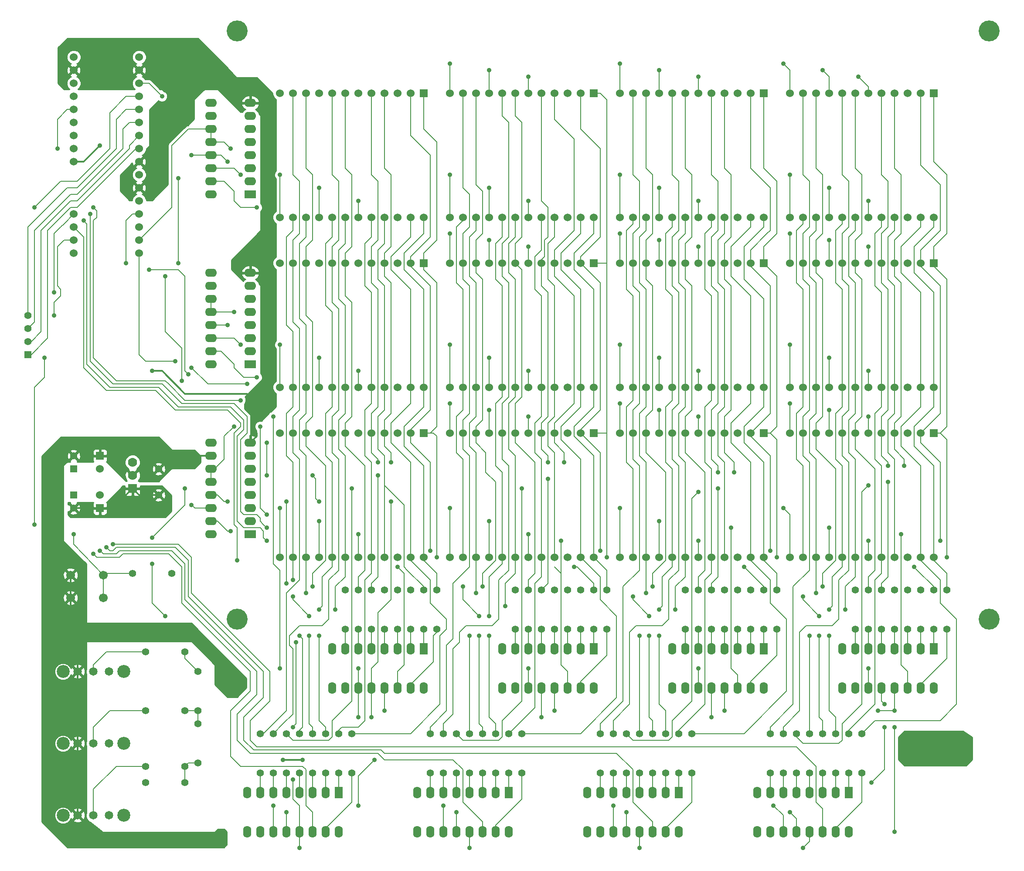
<source format=gbl>
G04 (created by PCBNEW-RS274X (2012-01-19 BZR 3256)-stable) date 7/17/2013 1:40:20 PM*
G01*
G70*
G90*
%MOIN*%
G04 Gerber Fmt 3.4, Leading zero omitted, Abs format*
%FSLAX34Y34*%
G04 APERTURE LIST*
%ADD10C,0.006000*%
%ADD11C,0.160000*%
%ADD12R,0.055000X0.055000*%
%ADD13C,0.055000*%
%ADD14R,0.060000X0.060000*%
%ADD15C,0.060000*%
%ADD16R,0.090000X0.062000*%
%ADD17O,0.090000X0.062000*%
%ADD18C,0.070000*%
%ADD19R,0.070000X0.070000*%
%ADD20R,0.062000X0.090000*%
%ADD21O,0.062000X0.090000*%
%ADD22C,0.067000*%
%ADD23C,0.065000*%
%ADD24C,0.099000*%
%ADD25C,0.035000*%
%ADD26C,0.012000*%
%ADD27C,0.008000*%
%ADD28C,0.010000*%
G04 APERTURE END LIST*
G54D10*
G54D11*
X108500Y-53000D03*
X108500Y-08000D03*
G54D12*
X38500Y-41500D03*
G54D13*
X38500Y-40500D03*
G54D12*
X38500Y-43500D03*
G54D13*
X38500Y-44500D03*
G54D14*
X65250Y-12750D03*
G54D15*
X64250Y-12750D03*
X63250Y-12750D03*
X62250Y-12750D03*
X61250Y-12750D03*
X60250Y-12750D03*
X59250Y-12750D03*
X58250Y-12750D03*
X57250Y-12750D03*
X56250Y-12750D03*
X55250Y-12750D03*
X54250Y-12750D03*
X54250Y-22250D03*
X55250Y-22250D03*
X56250Y-22250D03*
X57250Y-22250D03*
X58250Y-22250D03*
X59250Y-22250D03*
X60250Y-22250D03*
X61250Y-22250D03*
X62250Y-22250D03*
X63250Y-22250D03*
X64250Y-22250D03*
X65250Y-22250D03*
G54D14*
X65250Y-25750D03*
G54D15*
X64250Y-25750D03*
X63250Y-25750D03*
X62250Y-25750D03*
X61250Y-25750D03*
X60250Y-25750D03*
X59250Y-25750D03*
X58250Y-25750D03*
X57250Y-25750D03*
X56250Y-25750D03*
X55250Y-25750D03*
X54250Y-25750D03*
X54250Y-35250D03*
X55250Y-35250D03*
X56250Y-35250D03*
X57250Y-35250D03*
X58250Y-35250D03*
X59250Y-35250D03*
X60250Y-35250D03*
X61250Y-35250D03*
X62250Y-35250D03*
X63250Y-35250D03*
X64250Y-35250D03*
X65250Y-35250D03*
G54D14*
X65250Y-38750D03*
G54D15*
X64250Y-38750D03*
X63250Y-38750D03*
X62250Y-38750D03*
X61250Y-38750D03*
X60250Y-38750D03*
X59250Y-38750D03*
X58250Y-38750D03*
X57250Y-38750D03*
X56250Y-38750D03*
X55250Y-38750D03*
X54250Y-38750D03*
X54250Y-48250D03*
X55250Y-48250D03*
X56250Y-48250D03*
X57250Y-48250D03*
X58250Y-48250D03*
X59250Y-48250D03*
X60250Y-48250D03*
X61250Y-48250D03*
X62250Y-48250D03*
X63250Y-48250D03*
X64250Y-48250D03*
X65250Y-48250D03*
G54D14*
X78250Y-12750D03*
G54D15*
X77250Y-12750D03*
X76250Y-12750D03*
X75250Y-12750D03*
X74250Y-12750D03*
X73250Y-12750D03*
X72250Y-12750D03*
X71250Y-12750D03*
X70250Y-12750D03*
X69250Y-12750D03*
X68250Y-12750D03*
X67250Y-12750D03*
X67250Y-22250D03*
X68250Y-22250D03*
X69250Y-22250D03*
X70250Y-22250D03*
X71250Y-22250D03*
X72250Y-22250D03*
X73250Y-22250D03*
X74250Y-22250D03*
X75250Y-22250D03*
X76250Y-22250D03*
X77250Y-22250D03*
X78250Y-22250D03*
G54D14*
X78250Y-25750D03*
G54D15*
X77250Y-25750D03*
X76250Y-25750D03*
X75250Y-25750D03*
X74250Y-25750D03*
X73250Y-25750D03*
X72250Y-25750D03*
X71250Y-25750D03*
X70250Y-25750D03*
X69250Y-25750D03*
X68250Y-25750D03*
X67250Y-25750D03*
X67250Y-35250D03*
X68250Y-35250D03*
X69250Y-35250D03*
X70250Y-35250D03*
X71250Y-35250D03*
X72250Y-35250D03*
X73250Y-35250D03*
X74250Y-35250D03*
X75250Y-35250D03*
X76250Y-35250D03*
X77250Y-35250D03*
X78250Y-35250D03*
G54D14*
X78250Y-38750D03*
G54D15*
X77250Y-38750D03*
X76250Y-38750D03*
X75250Y-38750D03*
X74250Y-38750D03*
X73250Y-38750D03*
X72250Y-38750D03*
X71250Y-38750D03*
X70250Y-38750D03*
X69250Y-38750D03*
X68250Y-38750D03*
X67250Y-38750D03*
X67250Y-48250D03*
X68250Y-48250D03*
X69250Y-48250D03*
X70250Y-48250D03*
X71250Y-48250D03*
X72250Y-48250D03*
X73250Y-48250D03*
X74250Y-48250D03*
X75250Y-48250D03*
X76250Y-48250D03*
X77250Y-48250D03*
X78250Y-48250D03*
G54D14*
X91250Y-12750D03*
G54D15*
X90250Y-12750D03*
X89250Y-12750D03*
X88250Y-12750D03*
X87250Y-12750D03*
X86250Y-12750D03*
X85250Y-12750D03*
X84250Y-12750D03*
X83250Y-12750D03*
X82250Y-12750D03*
X81250Y-12750D03*
X80250Y-12750D03*
X80250Y-22250D03*
X81250Y-22250D03*
X82250Y-22250D03*
X83250Y-22250D03*
X84250Y-22250D03*
X85250Y-22250D03*
X86250Y-22250D03*
X87250Y-22250D03*
X88250Y-22250D03*
X89250Y-22250D03*
X90250Y-22250D03*
X91250Y-22250D03*
G54D14*
X91250Y-25750D03*
G54D15*
X90250Y-25750D03*
X89250Y-25750D03*
X88250Y-25750D03*
X87250Y-25750D03*
X86250Y-25750D03*
X85250Y-25750D03*
X84250Y-25750D03*
X83250Y-25750D03*
X82250Y-25750D03*
X81250Y-25750D03*
X80250Y-25750D03*
X80250Y-35250D03*
X81250Y-35250D03*
X82250Y-35250D03*
X83250Y-35250D03*
X84250Y-35250D03*
X85250Y-35250D03*
X86250Y-35250D03*
X87250Y-35250D03*
X88250Y-35250D03*
X89250Y-35250D03*
X90250Y-35250D03*
X91250Y-35250D03*
G54D14*
X91250Y-38750D03*
G54D15*
X90250Y-38750D03*
X89250Y-38750D03*
X88250Y-38750D03*
X87250Y-38750D03*
X86250Y-38750D03*
X85250Y-38750D03*
X84250Y-38750D03*
X83250Y-38750D03*
X82250Y-38750D03*
X81250Y-38750D03*
X80250Y-38750D03*
X80250Y-48250D03*
X81250Y-48250D03*
X82250Y-48250D03*
X83250Y-48250D03*
X84250Y-48250D03*
X85250Y-48250D03*
X86250Y-48250D03*
X87250Y-48250D03*
X88250Y-48250D03*
X89250Y-48250D03*
X90250Y-48250D03*
X91250Y-48250D03*
G54D14*
X104250Y-12750D03*
G54D15*
X103250Y-12750D03*
X102250Y-12750D03*
X101250Y-12750D03*
X100250Y-12750D03*
X99250Y-12750D03*
X98250Y-12750D03*
X97250Y-12750D03*
X96250Y-12750D03*
X95250Y-12750D03*
X94250Y-12750D03*
X93250Y-12750D03*
X93250Y-22250D03*
X94250Y-22250D03*
X95250Y-22250D03*
X96250Y-22250D03*
X97250Y-22250D03*
X98250Y-22250D03*
X99250Y-22250D03*
X100250Y-22250D03*
X101250Y-22250D03*
X102250Y-22250D03*
X103250Y-22250D03*
X104250Y-22250D03*
G54D14*
X104250Y-25750D03*
G54D15*
X103250Y-25750D03*
X102250Y-25750D03*
X101250Y-25750D03*
X100250Y-25750D03*
X99250Y-25750D03*
X98250Y-25750D03*
X97250Y-25750D03*
X96250Y-25750D03*
X95250Y-25750D03*
X94250Y-25750D03*
X93250Y-25750D03*
X93250Y-35250D03*
X94250Y-35250D03*
X95250Y-35250D03*
X96250Y-35250D03*
X97250Y-35250D03*
X98250Y-35250D03*
X99250Y-35250D03*
X100250Y-35250D03*
X101250Y-35250D03*
X102250Y-35250D03*
X103250Y-35250D03*
X104250Y-35250D03*
G54D14*
X104250Y-38750D03*
G54D15*
X103250Y-38750D03*
X102250Y-38750D03*
X101250Y-38750D03*
X100250Y-38750D03*
X99250Y-38750D03*
X98250Y-38750D03*
X97250Y-38750D03*
X96250Y-38750D03*
X95250Y-38750D03*
X94250Y-38750D03*
X93250Y-38750D03*
X93250Y-48250D03*
X94250Y-48250D03*
X95250Y-48250D03*
X96250Y-48250D03*
X97250Y-48250D03*
X98250Y-48250D03*
X99250Y-48250D03*
X100250Y-48250D03*
X101250Y-48250D03*
X102250Y-48250D03*
X103250Y-48250D03*
X104250Y-48250D03*
G54D16*
X52000Y-20500D03*
G54D17*
X52000Y-19500D03*
X52000Y-18500D03*
X52000Y-17500D03*
X52000Y-16500D03*
X52000Y-15500D03*
X52000Y-14500D03*
X52000Y-13500D03*
X49000Y-13500D03*
X49000Y-14500D03*
X49000Y-15500D03*
X49000Y-16500D03*
X49000Y-17500D03*
X49000Y-18500D03*
X49000Y-19500D03*
X49000Y-20500D03*
G54D16*
X52000Y-33500D03*
G54D17*
X52000Y-32500D03*
X52000Y-31500D03*
X52000Y-30500D03*
X52000Y-29500D03*
X52000Y-28500D03*
X52000Y-27500D03*
X52000Y-26500D03*
X49000Y-26500D03*
X49000Y-27500D03*
X49000Y-28500D03*
X49000Y-29500D03*
X49000Y-30500D03*
X49000Y-31500D03*
X49000Y-32500D03*
X49000Y-33500D03*
G54D16*
X52000Y-46500D03*
G54D17*
X52000Y-45500D03*
X52000Y-44500D03*
X52000Y-43500D03*
X52000Y-42500D03*
X52000Y-41500D03*
X52000Y-40500D03*
X52000Y-39500D03*
X49000Y-39500D03*
X49000Y-40500D03*
X49000Y-41500D03*
X49000Y-42500D03*
X49000Y-43500D03*
X49000Y-44500D03*
X49000Y-45500D03*
X49000Y-46500D03*
G54D18*
X43000Y-41000D03*
X43000Y-42000D03*
G54D19*
X43000Y-43000D03*
G54D13*
X65250Y-53750D03*
X65250Y-50750D03*
X73250Y-53750D03*
X73250Y-50750D03*
X72250Y-53750D03*
X72250Y-50750D03*
X74250Y-53750D03*
X74250Y-50750D03*
X75250Y-53750D03*
X75250Y-50750D03*
X62250Y-53750D03*
X62250Y-50750D03*
X61250Y-53750D03*
X61250Y-50750D03*
X59250Y-53750D03*
X59250Y-50750D03*
X60250Y-53750D03*
X60250Y-50750D03*
X64250Y-53750D03*
X64250Y-50750D03*
X63250Y-53750D03*
X63250Y-50750D03*
X76250Y-53750D03*
X76250Y-50750D03*
X66250Y-53750D03*
X66250Y-50750D03*
X94750Y-64750D03*
X94750Y-61750D03*
X93750Y-64750D03*
X93750Y-61750D03*
X91750Y-64750D03*
X91750Y-61750D03*
X92750Y-64750D03*
X92750Y-61750D03*
X96750Y-64750D03*
X96750Y-61750D03*
X95750Y-64750D03*
X95750Y-61750D03*
X97750Y-64750D03*
X97750Y-61750D03*
X87250Y-53750D03*
X87250Y-50750D03*
X105250Y-53750D03*
X105250Y-50750D03*
X104250Y-53750D03*
X104250Y-50750D03*
X102250Y-53750D03*
X102250Y-50750D03*
X103250Y-53750D03*
X103250Y-50750D03*
X99250Y-53750D03*
X99250Y-50750D03*
X98250Y-53750D03*
X98250Y-50750D03*
X100250Y-53750D03*
X100250Y-50750D03*
X101250Y-53750D03*
X101250Y-50750D03*
X88250Y-53750D03*
X88250Y-50750D03*
X77250Y-53750D03*
X77250Y-50750D03*
X85250Y-53750D03*
X85250Y-50750D03*
X86250Y-53750D03*
X86250Y-50750D03*
X90250Y-53750D03*
X90250Y-50750D03*
X89250Y-53750D03*
X89250Y-50750D03*
X91250Y-53750D03*
X91250Y-50750D03*
X92250Y-53750D03*
X92250Y-50750D03*
X79250Y-53750D03*
X79250Y-50750D03*
X78250Y-53750D03*
X78250Y-50750D03*
X85750Y-64750D03*
X85750Y-61750D03*
X98750Y-64750D03*
X98750Y-61750D03*
X43000Y-49500D03*
X46000Y-49500D03*
X44000Y-55500D03*
X47000Y-55500D03*
X48000Y-60000D03*
X48000Y-57000D03*
X44000Y-60000D03*
X47000Y-60000D03*
X48000Y-64000D03*
X48000Y-61000D03*
X44000Y-64250D03*
X47000Y-64250D03*
X44000Y-65500D03*
X47000Y-65500D03*
X59750Y-64750D03*
X59750Y-61750D03*
X58750Y-64750D03*
X58750Y-61750D03*
X56750Y-64750D03*
X56750Y-61750D03*
X57750Y-64750D03*
X57750Y-61750D03*
X53750Y-64750D03*
X53750Y-61750D03*
X52750Y-64750D03*
X52750Y-61750D03*
X54750Y-64750D03*
X54750Y-61750D03*
X55750Y-64750D03*
X55750Y-61750D03*
X68750Y-64750D03*
X68750Y-61750D03*
X84750Y-64750D03*
X84750Y-61750D03*
X82750Y-64750D03*
X82750Y-61750D03*
X83750Y-64750D03*
X83750Y-61750D03*
X79750Y-64750D03*
X79750Y-61750D03*
X78750Y-64750D03*
X78750Y-61750D03*
X80750Y-64750D03*
X80750Y-61750D03*
X81750Y-64750D03*
X81750Y-61750D03*
X72750Y-64750D03*
X72750Y-61750D03*
X71750Y-64750D03*
X71750Y-61750D03*
X69750Y-64750D03*
X69750Y-61750D03*
X70750Y-64750D03*
X70750Y-61750D03*
X66750Y-64750D03*
X66750Y-61750D03*
X65750Y-64750D03*
X65750Y-61750D03*
X67750Y-64750D03*
X67750Y-61750D03*
G54D20*
X97750Y-66250D03*
G54D21*
X96750Y-66250D03*
X95750Y-66250D03*
X94750Y-66250D03*
X93750Y-66250D03*
X92750Y-66250D03*
X91750Y-66250D03*
X90750Y-66250D03*
X90750Y-69250D03*
X91750Y-69250D03*
X92750Y-69250D03*
X93750Y-69250D03*
X94750Y-69250D03*
X95750Y-69250D03*
X96750Y-69250D03*
X97750Y-69250D03*
G54D20*
X84750Y-66250D03*
G54D21*
X83750Y-66250D03*
X82750Y-66250D03*
X81750Y-66250D03*
X80750Y-66250D03*
X79750Y-66250D03*
X78750Y-66250D03*
X77750Y-66250D03*
X77750Y-69250D03*
X78750Y-69250D03*
X79750Y-69250D03*
X80750Y-69250D03*
X81750Y-69250D03*
X82750Y-69250D03*
X83750Y-69250D03*
X84750Y-69250D03*
G54D20*
X71750Y-66250D03*
G54D21*
X70750Y-66250D03*
X69750Y-66250D03*
X68750Y-66250D03*
X67750Y-66250D03*
X66750Y-66250D03*
X65750Y-66250D03*
X64750Y-66250D03*
X64750Y-69250D03*
X65750Y-69250D03*
X66750Y-69250D03*
X67750Y-69250D03*
X68750Y-69250D03*
X69750Y-69250D03*
X70750Y-69250D03*
X71750Y-69250D03*
G54D20*
X58750Y-66250D03*
G54D21*
X57750Y-66250D03*
X56750Y-66250D03*
X55750Y-66250D03*
X54750Y-66250D03*
X53750Y-66250D03*
X52750Y-66250D03*
X51750Y-66250D03*
X51750Y-69250D03*
X52750Y-69250D03*
X53750Y-69250D03*
X54750Y-69250D03*
X55750Y-69250D03*
X56750Y-69250D03*
X57750Y-69250D03*
X58750Y-69250D03*
G54D20*
X104250Y-55250D03*
G54D21*
X103250Y-55250D03*
X102250Y-55250D03*
X101250Y-55250D03*
X100250Y-55250D03*
X99250Y-55250D03*
X98250Y-55250D03*
X97250Y-55250D03*
X97250Y-58250D03*
X98250Y-58250D03*
X99250Y-58250D03*
X100250Y-58250D03*
X101250Y-58250D03*
X102250Y-58250D03*
X103250Y-58250D03*
X104250Y-58250D03*
G54D20*
X65250Y-55250D03*
G54D21*
X64250Y-55250D03*
X63250Y-55250D03*
X62250Y-55250D03*
X61250Y-55250D03*
X60250Y-55250D03*
X59250Y-55250D03*
X58250Y-55250D03*
X58250Y-58250D03*
X59250Y-58250D03*
X60250Y-58250D03*
X61250Y-58250D03*
X62250Y-58250D03*
X63250Y-58250D03*
X64250Y-58250D03*
X65250Y-58250D03*
G54D20*
X78250Y-55250D03*
G54D21*
X77250Y-55250D03*
X76250Y-55250D03*
X75250Y-55250D03*
X74250Y-55250D03*
X73250Y-55250D03*
X72250Y-55250D03*
X71250Y-55250D03*
X71250Y-58250D03*
X72250Y-58250D03*
X73250Y-58250D03*
X74250Y-58250D03*
X75250Y-58250D03*
X76250Y-58250D03*
X77250Y-58250D03*
X78250Y-58250D03*
G54D20*
X91250Y-55250D03*
G54D21*
X90250Y-55250D03*
X89250Y-55250D03*
X88250Y-55250D03*
X87250Y-55250D03*
X86250Y-55250D03*
X85250Y-55250D03*
X84250Y-55250D03*
X84250Y-58250D03*
X85250Y-58250D03*
X86250Y-58250D03*
X87250Y-58250D03*
X88250Y-58250D03*
X89250Y-58250D03*
X90250Y-58250D03*
X91250Y-58250D03*
G54D13*
X45000Y-41500D03*
X45000Y-43500D03*
G54D14*
X40500Y-44500D03*
G54D15*
X40500Y-43500D03*
G54D14*
X40500Y-40500D03*
G54D15*
X40500Y-41500D03*
G54D12*
X35000Y-32750D03*
G54D13*
X35000Y-31750D03*
X35000Y-30750D03*
X35000Y-29750D03*
G54D15*
X38500Y-10000D03*
X38500Y-11000D03*
X38500Y-12000D03*
X38500Y-13000D03*
X38500Y-14000D03*
X38500Y-15000D03*
X38500Y-16000D03*
X38500Y-17000D03*
X38500Y-18000D03*
X38500Y-22000D03*
X38500Y-23000D03*
X38500Y-24000D03*
X38500Y-25000D03*
X43500Y-25000D03*
X43500Y-24000D03*
X43500Y-23000D03*
X43500Y-22000D03*
X43500Y-21000D03*
X43500Y-20000D03*
X43500Y-19000D03*
X43500Y-18000D03*
X43500Y-17000D03*
X43500Y-16000D03*
X43500Y-15000D03*
X43500Y-14000D03*
X43500Y-13000D03*
X43500Y-12000D03*
X43500Y-11000D03*
X43500Y-10000D03*
G54D11*
X51000Y-53000D03*
G54D22*
X38250Y-49625D03*
X38250Y-51375D03*
X40750Y-51375D03*
X40750Y-49625D03*
G54D11*
X51000Y-08000D03*
G54D23*
X38800Y-57000D03*
X40000Y-57000D03*
G54D24*
X37680Y-57000D03*
X42320Y-57000D03*
G54D23*
X41200Y-57000D03*
X38800Y-62500D03*
X40000Y-62500D03*
G54D24*
X37680Y-62500D03*
X42320Y-62500D03*
G54D23*
X41200Y-62500D03*
X38800Y-68000D03*
X40000Y-68000D03*
G54D24*
X37680Y-68000D03*
X42320Y-68000D03*
G54D23*
X41200Y-68000D03*
G54D25*
X51750Y-35000D03*
X47500Y-33750D03*
X60250Y-56750D03*
X86250Y-56750D03*
X92000Y-67250D03*
X66750Y-67250D03*
X53750Y-37500D03*
X73250Y-56750D03*
X60250Y-67250D03*
X99250Y-56750D03*
X53750Y-67250D03*
X61500Y-63750D03*
X46250Y-33250D03*
X54250Y-56750D03*
X60250Y-60500D03*
X79750Y-67250D03*
X54750Y-67750D03*
X50750Y-29500D03*
X67750Y-67750D03*
X100500Y-61250D03*
X93250Y-67750D03*
X87250Y-60500D03*
X53250Y-39500D03*
X50500Y-17000D03*
X50750Y-38250D03*
X53250Y-42000D03*
X62750Y-44000D03*
X56750Y-42000D03*
X57250Y-44000D03*
X80750Y-67750D03*
X99500Y-65500D03*
X61250Y-60500D03*
X100500Y-59500D03*
X74250Y-60500D03*
X94250Y-70500D03*
X55250Y-65250D03*
X54750Y-44000D03*
X75250Y-60000D03*
X55750Y-70500D03*
X101250Y-60000D03*
X101250Y-61250D03*
X62250Y-60000D03*
X68750Y-70500D03*
X88250Y-60000D03*
X100000Y-60000D03*
X50250Y-30500D03*
X50250Y-18000D03*
X101250Y-69250D03*
X47500Y-17500D03*
X54750Y-50250D03*
X50250Y-44000D03*
X81750Y-70500D03*
X55250Y-61250D03*
X55500Y-54750D03*
X40000Y-21500D03*
X101750Y-46500D03*
X51250Y-36250D03*
X52750Y-38250D03*
X53250Y-45000D03*
X102750Y-49000D03*
X97500Y-52250D03*
X95250Y-51000D03*
X105250Y-48250D03*
X102000Y-41250D03*
X100750Y-42500D03*
X95750Y-50500D03*
X88750Y-46000D03*
X53250Y-46000D03*
X39750Y-22000D03*
X89750Y-49000D03*
X84500Y-52250D03*
X82250Y-51000D03*
X92250Y-48250D03*
X89000Y-41750D03*
X87750Y-43000D03*
X82750Y-50500D03*
X75750Y-47000D03*
X53250Y-47000D03*
X39250Y-22500D03*
X76750Y-49000D03*
X71500Y-52000D03*
X69250Y-51000D03*
X79250Y-48250D03*
X76000Y-41000D03*
X74750Y-42250D03*
X69750Y-50500D03*
X51000Y-48500D03*
X63250Y-49000D03*
X58500Y-52250D03*
X56250Y-51000D03*
X66250Y-48250D03*
X61750Y-42000D03*
X62750Y-41000D03*
X56750Y-50500D03*
X102000Y-63500D03*
X102000Y-62750D03*
X45000Y-19250D03*
X102000Y-62000D03*
X44500Y-34000D03*
X54500Y-63750D03*
X56000Y-63750D03*
X106250Y-63750D03*
X106750Y-62750D03*
X106000Y-62000D03*
X60250Y-34000D03*
X86250Y-34000D03*
X73250Y-34000D03*
X99250Y-34000D03*
X83250Y-24000D03*
X96250Y-24000D03*
X70250Y-24000D03*
X96250Y-33000D03*
X57250Y-33000D03*
X70250Y-33000D03*
X83250Y-33000D03*
X52500Y-34500D03*
X73250Y-46500D03*
X99250Y-47000D03*
X86250Y-47000D03*
X60250Y-46500D03*
X92750Y-44500D03*
X80250Y-44500D03*
X67250Y-44500D03*
X54250Y-44500D03*
X86250Y-37500D03*
X99250Y-37500D03*
X73250Y-37500D03*
X57250Y-20000D03*
X70250Y-20000D03*
X83250Y-20000D03*
X96250Y-20000D03*
X99250Y-24500D03*
X73250Y-24500D03*
X86250Y-24500D03*
X93250Y-32000D03*
X80250Y-32000D03*
X67250Y-32000D03*
X54250Y-32000D03*
X50500Y-46250D03*
X83250Y-37000D03*
X96250Y-37000D03*
X70250Y-37000D03*
X70250Y-45500D03*
X57250Y-45500D03*
X96250Y-46000D03*
X83250Y-45500D03*
X93250Y-36500D03*
X51250Y-32000D03*
X67250Y-36500D03*
X80250Y-36500D03*
X93250Y-23500D03*
X67250Y-23500D03*
X51250Y-19000D03*
X80250Y-23500D03*
X83250Y-11000D03*
X70250Y-11000D03*
X95750Y-11000D03*
X73250Y-11500D03*
X98500Y-11500D03*
X86250Y-11500D03*
X67250Y-10500D03*
X92750Y-10500D03*
X80250Y-10500D03*
X80250Y-19000D03*
X54250Y-19000D03*
X67250Y-19000D03*
X93250Y-19000D03*
X99250Y-21000D03*
X60250Y-21000D03*
X86250Y-21000D03*
X73250Y-21000D03*
X52500Y-21500D03*
X36250Y-33000D03*
X38500Y-46500D03*
X35500Y-45750D03*
X35500Y-21500D03*
X46750Y-34750D03*
X45250Y-13000D03*
X46500Y-19250D03*
X46500Y-25750D03*
X45500Y-26750D03*
X47000Y-43000D03*
X45500Y-52750D03*
X44500Y-48750D03*
X44500Y-46750D03*
X37250Y-17000D03*
X41500Y-47250D03*
X96250Y-52250D03*
X96250Y-54250D03*
X94250Y-51250D03*
X95500Y-52750D03*
X95500Y-54250D03*
X94750Y-54250D03*
X104750Y-47000D03*
X100750Y-41250D03*
X99250Y-42750D03*
X41000Y-47500D03*
X83250Y-54250D03*
X83250Y-52250D03*
X81250Y-51250D03*
X82500Y-52750D03*
X82500Y-54250D03*
X91750Y-47750D03*
X81750Y-54250D03*
X86250Y-43250D03*
X87750Y-41750D03*
X40500Y-47750D03*
X37000Y-28000D03*
X70250Y-52750D03*
X70250Y-54250D03*
X68250Y-50500D03*
X69500Y-54250D03*
X69500Y-52750D03*
X78750Y-47750D03*
X68750Y-54250D03*
X72750Y-43000D03*
X74750Y-41000D03*
X37000Y-29750D03*
X40000Y-48000D03*
X57250Y-54250D03*
X57250Y-52250D03*
X55250Y-51250D03*
X56500Y-52750D03*
X55250Y-50000D03*
X56500Y-54250D03*
X55750Y-54250D03*
X65750Y-47750D03*
X59750Y-43000D03*
X61750Y-41000D03*
X47250Y-34250D03*
X47500Y-44250D03*
X44250Y-26250D03*
X42500Y-25750D03*
X47500Y-41250D03*
X48000Y-40750D03*
X50000Y-69750D03*
X49750Y-69250D03*
X51000Y-57500D03*
X40500Y-16750D03*
X50500Y-58500D03*
X51250Y-58250D03*
X47500Y-40250D03*
X49500Y-70000D03*
G54D26*
X38500Y-44500D02*
X40500Y-44500D01*
X43500Y-43500D02*
X43000Y-43000D01*
X45000Y-43500D02*
X43500Y-43500D01*
X41500Y-44500D02*
X43000Y-43000D01*
X40500Y-44500D02*
X41500Y-44500D01*
G54D27*
X79750Y-67250D02*
X79750Y-69250D01*
X54250Y-53000D02*
X54250Y-49250D01*
X92750Y-69250D02*
X92750Y-68000D01*
X51750Y-35000D02*
X49250Y-35000D01*
X92750Y-68000D02*
X92000Y-67250D01*
X86250Y-56750D02*
X86250Y-58250D01*
X60250Y-65000D02*
X61500Y-63750D01*
X79750Y-67250D02*
X79750Y-67250D01*
X99250Y-56750D02*
X99250Y-58250D01*
X60250Y-58250D02*
X60250Y-56750D01*
X73250Y-56750D02*
X73250Y-58250D01*
X49250Y-35000D02*
X48750Y-35000D01*
X53750Y-67250D02*
X53750Y-67250D01*
X46250Y-33250D02*
X44000Y-33250D01*
X60250Y-65000D02*
X60250Y-67250D01*
X44000Y-33250D02*
X43500Y-32750D01*
X53750Y-48750D02*
X53750Y-42000D01*
X48750Y-35000D02*
X47500Y-33750D01*
X43500Y-31750D02*
X43500Y-25000D01*
X54250Y-49250D02*
X53750Y-48750D01*
X66750Y-69250D02*
X66750Y-67250D01*
X92000Y-67250D02*
X92000Y-67250D01*
X60250Y-58250D02*
X60250Y-60500D01*
X53750Y-42000D02*
X53750Y-37750D01*
X53750Y-37750D02*
X53750Y-37500D01*
X54250Y-56750D02*
X54250Y-53000D01*
X53750Y-67250D02*
X53750Y-69250D01*
X43500Y-32750D02*
X43500Y-31750D01*
X43500Y-32750D02*
X43500Y-31750D01*
X54750Y-69250D02*
X54750Y-69000D01*
X61250Y-60500D02*
X61250Y-58250D01*
X61250Y-58250D02*
X61250Y-56750D01*
X100250Y-59250D02*
X100250Y-58250D01*
X93750Y-69250D02*
X93750Y-68250D01*
X57250Y-44000D02*
X57000Y-43750D01*
X100500Y-64500D02*
X100500Y-61250D01*
X54750Y-69000D02*
X54750Y-67750D01*
X93750Y-68250D02*
X93250Y-67750D01*
X87250Y-60500D02*
X87250Y-58250D01*
X74250Y-60500D02*
X74250Y-58250D01*
X50750Y-29500D02*
X49000Y-29500D01*
X67750Y-67750D02*
X67750Y-69250D01*
X99500Y-65500D02*
X100500Y-64500D01*
X49000Y-16500D02*
X49000Y-15500D01*
X62750Y-51500D02*
X62750Y-47750D01*
X44500Y-23000D02*
X46000Y-21500D01*
X50500Y-17000D02*
X50000Y-16500D01*
X50000Y-16500D02*
X49000Y-16500D01*
X61750Y-52500D02*
X62750Y-51500D01*
X46000Y-21500D02*
X46000Y-16750D01*
X61250Y-56750D02*
X61750Y-56250D01*
X50000Y-40750D02*
X49250Y-41500D01*
X57000Y-42250D02*
X56750Y-42000D01*
X46000Y-16750D02*
X47250Y-15500D01*
X61750Y-56250D02*
X61750Y-52500D01*
X57000Y-43750D02*
X57000Y-42250D01*
X44500Y-23000D02*
X43500Y-24000D01*
X49000Y-41500D02*
X49250Y-41500D01*
X100500Y-59500D02*
X100250Y-59250D01*
X80750Y-67750D02*
X80750Y-69250D01*
X53250Y-42000D02*
X53250Y-39500D01*
X49000Y-15500D02*
X47250Y-15500D01*
X49000Y-29500D02*
X49000Y-28500D01*
X49000Y-41500D02*
X49000Y-42500D01*
X62750Y-47750D02*
X62750Y-44000D01*
X50750Y-38250D02*
X50000Y-39000D01*
X50000Y-39000D02*
X50000Y-40750D01*
X94750Y-69250D02*
X94750Y-70000D01*
X62250Y-58250D02*
X62250Y-60000D01*
X68750Y-70000D02*
X68750Y-70250D01*
X47500Y-17500D02*
X48000Y-17500D01*
X68750Y-70250D02*
X68750Y-70500D01*
X55250Y-66750D02*
X55250Y-65250D01*
X81750Y-70500D02*
X81750Y-69250D01*
X101250Y-69250D02*
X101250Y-61250D01*
X48000Y-17500D02*
X49000Y-17500D01*
X54750Y-50250D02*
X54750Y-44500D01*
X50000Y-44000D02*
X49500Y-43500D01*
X101250Y-58250D02*
X101250Y-60000D01*
X49750Y-17500D02*
X49000Y-17500D01*
X94750Y-70000D02*
X94250Y-70500D01*
X55500Y-54750D02*
X55500Y-61000D01*
X55750Y-70500D02*
X55750Y-69250D01*
X68750Y-69250D02*
X68750Y-70000D01*
X49500Y-43500D02*
X49000Y-43500D01*
X54750Y-44500D02*
X54750Y-44000D01*
X50250Y-30500D02*
X49000Y-30500D01*
X101250Y-60000D02*
X100000Y-60000D01*
X55750Y-67250D02*
X55250Y-66750D01*
X50250Y-44000D02*
X50000Y-44000D01*
X88250Y-60000D02*
X88250Y-58250D01*
X55750Y-70500D02*
X55750Y-67250D01*
X75250Y-58250D02*
X75250Y-60000D01*
X50250Y-18000D02*
X49750Y-17500D01*
X55250Y-61250D02*
X55500Y-61000D01*
X102250Y-58250D02*
X102250Y-57000D01*
X45500Y-34750D02*
X45750Y-35000D01*
X52750Y-38750D02*
X52750Y-38250D01*
X45500Y-34750D02*
X41750Y-34750D01*
X40250Y-22250D02*
X40250Y-21750D01*
X40250Y-21750D02*
X40000Y-21500D01*
X41750Y-34750D02*
X40000Y-33000D01*
X102250Y-57000D02*
X101750Y-56500D01*
X53250Y-45000D02*
X52750Y-44500D01*
X40000Y-22500D02*
X40250Y-22250D01*
X52750Y-44500D02*
X52750Y-38750D01*
X40000Y-24750D02*
X40000Y-33000D01*
X51250Y-36250D02*
X49500Y-36250D01*
X101750Y-56500D02*
X101750Y-50000D01*
X47000Y-36250D02*
X45750Y-35000D01*
X101750Y-50000D02*
X101750Y-46500D01*
X49500Y-36250D02*
X47000Y-36250D01*
X40000Y-24750D02*
X40000Y-22500D01*
X105250Y-49500D02*
X105250Y-50750D01*
X104250Y-48250D02*
X104250Y-48500D01*
X104250Y-41250D02*
X104250Y-48250D01*
X104250Y-28000D02*
X104250Y-35250D01*
X102750Y-38250D02*
X102750Y-39750D01*
X104250Y-23000D02*
X102750Y-24500D01*
X104250Y-48500D02*
X105250Y-49500D01*
X104250Y-35250D02*
X104250Y-36750D01*
X102750Y-24500D02*
X102750Y-26500D01*
X104250Y-36750D02*
X102750Y-38250D01*
X104250Y-22250D02*
X104250Y-23000D01*
X102750Y-39750D02*
X104250Y-41250D01*
X102750Y-26500D02*
X104250Y-28000D01*
X101250Y-27500D02*
X100750Y-27000D01*
X102750Y-49000D02*
X103000Y-49250D01*
X101250Y-37250D02*
X100750Y-37750D01*
X101250Y-35250D02*
X101250Y-27500D01*
X101250Y-35250D02*
X101250Y-37250D01*
X104250Y-50500D02*
X104250Y-50750D01*
X101250Y-23250D02*
X101250Y-22250D01*
X101250Y-40750D02*
X101250Y-44500D01*
X100750Y-37750D02*
X100750Y-40250D01*
X103000Y-49250D02*
X104250Y-50500D01*
X100750Y-27000D02*
X100750Y-26500D01*
X100750Y-23750D02*
X100750Y-26500D01*
X101250Y-44500D02*
X101250Y-48250D01*
X100750Y-40250D02*
X101250Y-40750D01*
X101250Y-23250D02*
X100750Y-23750D01*
X97750Y-23750D02*
X97750Y-26500D01*
X97500Y-50500D02*
X97500Y-52250D01*
X97750Y-26500D02*
X97750Y-26750D01*
X98250Y-48250D02*
X98250Y-49750D01*
X98250Y-37250D02*
X97750Y-37750D01*
X97750Y-26750D02*
X98250Y-27250D01*
X98250Y-37250D02*
X98250Y-35250D01*
X97750Y-37750D02*
X97750Y-39250D01*
X98250Y-27250D02*
X98250Y-28750D01*
X97750Y-39250D02*
X97750Y-40250D01*
X98250Y-23250D02*
X98250Y-22250D01*
X98250Y-48250D02*
X98250Y-42000D01*
X98250Y-35250D02*
X98250Y-28750D01*
X98250Y-23250D02*
X97750Y-23750D01*
X98250Y-40750D02*
X98250Y-42000D01*
X98250Y-49750D02*
X97500Y-50500D01*
X97750Y-40250D02*
X98250Y-40750D01*
X94750Y-39250D02*
X94750Y-40250D01*
X95250Y-23250D02*
X95250Y-22250D01*
X95250Y-35250D02*
X95250Y-28750D01*
X94750Y-26500D02*
X94750Y-26750D01*
X94750Y-26750D02*
X95250Y-27250D01*
X94750Y-23750D02*
X94750Y-26500D01*
X95250Y-23250D02*
X94750Y-23750D01*
X94750Y-37750D02*
X94750Y-39250D01*
X94750Y-40250D02*
X95250Y-40750D01*
X95250Y-40750D02*
X95250Y-48250D01*
X95250Y-35250D02*
X95250Y-37250D01*
X95250Y-37250D02*
X94750Y-37750D01*
X95250Y-48250D02*
X95250Y-51000D01*
X95250Y-27250D02*
X95250Y-28750D01*
X105250Y-19000D02*
X104250Y-18000D01*
X104750Y-38750D02*
X105250Y-39250D01*
X105250Y-23500D02*
X105250Y-19000D01*
X104250Y-18000D02*
X104250Y-12750D01*
X104250Y-38750D02*
X104750Y-38750D01*
X104750Y-38750D02*
X105250Y-38250D01*
X104250Y-25750D02*
X104250Y-24500D01*
X104250Y-24500D02*
X105250Y-23500D01*
X105250Y-39250D02*
X105250Y-48250D01*
X105250Y-38250D02*
X105250Y-27000D01*
X105250Y-27000D02*
X104250Y-26000D01*
X104250Y-26000D02*
X104250Y-25750D01*
X101250Y-25750D02*
X101250Y-24000D01*
X101750Y-37500D02*
X101250Y-38000D01*
X100750Y-42500D02*
X100750Y-49750D01*
X101250Y-40000D02*
X102000Y-40750D01*
X100250Y-50250D02*
X100250Y-50750D01*
X101250Y-18500D02*
X101250Y-12750D01*
X102000Y-40750D02*
X102000Y-41250D01*
X101750Y-19000D02*
X101250Y-18500D01*
X101250Y-24000D02*
X101750Y-23500D01*
X101750Y-23500D02*
X101750Y-19000D01*
X101750Y-27250D02*
X101750Y-37500D01*
X100750Y-49750D02*
X100250Y-50250D01*
X101250Y-38000D02*
X101250Y-38750D01*
X101250Y-26750D02*
X101750Y-27250D01*
X101250Y-38750D02*
X101250Y-40000D01*
X101250Y-25750D02*
X101250Y-26750D01*
X98250Y-25750D02*
X98250Y-24000D01*
X98750Y-27000D02*
X98750Y-28750D01*
X98250Y-18500D02*
X98250Y-12750D01*
X98250Y-25750D02*
X98250Y-26500D01*
X98750Y-35750D02*
X98750Y-28750D01*
X98750Y-23500D02*
X98750Y-19000D01*
X98250Y-38000D02*
X98250Y-38750D01*
X98250Y-24000D02*
X98750Y-23500D01*
X99750Y-48750D02*
X99750Y-49250D01*
X99750Y-41500D02*
X99750Y-48750D01*
X98750Y-37500D02*
X98250Y-38000D01*
X98750Y-19000D02*
X98250Y-18500D01*
X99750Y-49250D02*
X99250Y-49750D01*
X98750Y-35750D02*
X98750Y-37500D01*
X99250Y-49750D02*
X99250Y-50750D01*
X98250Y-40000D02*
X99750Y-41500D01*
X98250Y-38750D02*
X98250Y-40000D01*
X98250Y-26500D02*
X98750Y-27000D01*
X95750Y-35750D02*
X95750Y-28750D01*
X96750Y-41500D02*
X96750Y-48500D01*
X95250Y-12750D02*
X95250Y-18500D01*
X95750Y-37500D02*
X95250Y-38000D01*
X95250Y-38000D02*
X95250Y-38750D01*
X95250Y-24000D02*
X95250Y-25750D01*
X95750Y-23500D02*
X95250Y-24000D01*
X95750Y-27000D02*
X95750Y-28750D01*
X95250Y-25750D02*
X95250Y-26500D01*
X95250Y-26500D02*
X95750Y-27000D01*
X95250Y-40000D02*
X96750Y-41500D01*
X95250Y-38750D02*
X95250Y-40000D01*
X95250Y-18500D02*
X95750Y-19000D01*
X95750Y-49500D02*
X95750Y-50500D01*
X96750Y-48500D02*
X95750Y-49500D01*
X95750Y-35750D02*
X95750Y-37500D01*
X95750Y-19000D02*
X95750Y-23500D01*
X52750Y-45500D02*
X52750Y-45250D01*
X51250Y-40250D02*
X51250Y-39250D01*
X51750Y-37500D02*
X51250Y-37000D01*
X53000Y-45750D02*
X52750Y-45500D01*
X53250Y-46000D02*
X53000Y-45750D01*
X89250Y-58250D02*
X89250Y-57250D01*
X39750Y-33250D02*
X39750Y-27000D01*
X51250Y-44750D02*
X51250Y-40250D01*
X52500Y-45000D02*
X51500Y-45000D01*
X51250Y-39250D02*
X51750Y-38750D01*
X39750Y-27000D02*
X39750Y-23250D01*
X89250Y-57250D02*
X88750Y-56750D01*
X51500Y-45000D02*
X51250Y-44750D01*
X39750Y-23250D02*
X39750Y-22000D01*
X41500Y-35000D02*
X39750Y-33250D01*
X88750Y-56750D02*
X88750Y-46000D01*
X51250Y-37000D02*
X50750Y-36500D01*
X50750Y-36500D02*
X46750Y-36500D01*
X45250Y-35000D02*
X41500Y-35000D01*
X52750Y-45250D02*
X52500Y-45000D01*
X51750Y-38750D02*
X51750Y-37500D01*
X46750Y-36500D02*
X45250Y-35000D01*
X92250Y-49500D02*
X92250Y-50750D01*
X89750Y-27000D02*
X91250Y-28500D01*
X91250Y-48250D02*
X91250Y-41000D01*
X91250Y-28500D02*
X91250Y-35250D01*
X91250Y-23000D02*
X89750Y-24500D01*
X91250Y-48250D02*
X91250Y-48500D01*
X91250Y-36750D02*
X91250Y-35250D01*
X89750Y-24500D02*
X89750Y-27000D01*
X91250Y-22250D02*
X91250Y-23000D01*
X91250Y-48500D02*
X92250Y-49500D01*
X91250Y-36750D02*
X89750Y-38250D01*
X89750Y-38250D02*
X89750Y-39500D01*
X91250Y-41000D02*
X89750Y-39500D01*
X87750Y-40500D02*
X88250Y-41000D01*
X88250Y-36750D02*
X87750Y-37250D01*
X88250Y-41000D02*
X88250Y-48250D01*
X87750Y-37250D02*
X87750Y-39500D01*
X91250Y-50750D02*
X91250Y-50500D01*
X88250Y-35250D02*
X88250Y-36750D01*
X91250Y-50500D02*
X90250Y-49500D01*
X89750Y-49000D02*
X90250Y-49500D01*
X87750Y-24000D02*
X88250Y-23500D01*
X88250Y-27750D02*
X87750Y-27250D01*
X88250Y-23500D02*
X88250Y-22250D01*
X88250Y-35250D02*
X88250Y-27750D01*
X87750Y-27250D02*
X87750Y-24000D01*
X87750Y-39500D02*
X87750Y-40500D01*
X85250Y-41000D02*
X85250Y-48250D01*
X85250Y-35250D02*
X85250Y-36750D01*
X84750Y-37250D02*
X84750Y-40500D01*
X85250Y-27750D02*
X84750Y-27250D01*
X85250Y-23500D02*
X85250Y-22250D01*
X84750Y-27250D02*
X84750Y-24000D01*
X85250Y-48250D02*
X85250Y-49750D01*
X84750Y-24000D02*
X85250Y-23500D01*
X85250Y-36750D02*
X84750Y-37250D01*
X84500Y-50500D02*
X84500Y-52250D01*
X85250Y-35250D02*
X85250Y-27750D01*
X84750Y-40500D02*
X85250Y-41000D01*
X85250Y-49750D02*
X84500Y-50500D01*
X82250Y-41000D02*
X82250Y-48250D01*
X82250Y-36750D02*
X81750Y-37250D01*
X82250Y-22250D02*
X82250Y-23250D01*
X81750Y-40500D02*
X82250Y-41000D01*
X81750Y-23750D02*
X81750Y-27250D01*
X82250Y-48250D02*
X82250Y-51000D01*
X82250Y-23250D02*
X81750Y-23750D01*
X82250Y-27750D02*
X82250Y-35250D01*
X81750Y-27250D02*
X82250Y-27750D01*
X82250Y-35250D02*
X82250Y-36750D01*
X81750Y-37250D02*
X81750Y-40500D01*
X91750Y-38750D02*
X92250Y-38250D01*
X92250Y-39250D02*
X92250Y-41250D01*
X92250Y-38250D02*
X92250Y-26750D01*
X92250Y-26750D02*
X91250Y-25750D01*
X91250Y-24500D02*
X92250Y-23500D01*
X91250Y-25750D02*
X91250Y-24500D01*
X91250Y-18500D02*
X91250Y-12750D01*
X91250Y-38750D02*
X91750Y-38750D01*
X92250Y-23500D02*
X92250Y-19500D01*
X91250Y-18500D02*
X91750Y-19000D01*
X91750Y-38750D02*
X92250Y-39250D01*
X92250Y-41250D02*
X92250Y-48250D01*
X91750Y-19000D02*
X92250Y-19500D01*
X88750Y-23750D02*
X88250Y-24250D01*
X87250Y-50250D02*
X87250Y-50750D01*
X88250Y-24250D02*
X88250Y-25750D01*
X88250Y-40250D02*
X89000Y-41000D01*
X88250Y-27000D02*
X88750Y-27500D01*
X88750Y-19000D02*
X88750Y-23750D01*
X87750Y-43000D02*
X87750Y-49750D01*
X88750Y-27500D02*
X88750Y-33750D01*
X88250Y-37500D02*
X88250Y-38750D01*
X87750Y-49750D02*
X87250Y-50250D01*
X89000Y-41000D02*
X89000Y-41750D01*
X88750Y-37000D02*
X88750Y-33750D01*
X88250Y-37500D02*
X88750Y-37000D01*
X88250Y-18500D02*
X88750Y-19000D01*
X88250Y-12750D02*
X88250Y-18500D01*
X88250Y-38750D02*
X88250Y-40250D01*
X88250Y-25750D02*
X88250Y-27000D01*
X85750Y-27500D02*
X85750Y-37000D01*
X85750Y-37000D02*
X85250Y-37500D01*
X85250Y-25750D02*
X85250Y-27000D01*
X85250Y-40250D02*
X85250Y-38750D01*
X85250Y-18500D02*
X85750Y-19000D01*
X86750Y-49250D02*
X86750Y-41750D01*
X85750Y-23750D02*
X85250Y-24250D01*
X86750Y-41750D02*
X85250Y-40250D01*
X85250Y-27000D02*
X85750Y-27500D01*
X85750Y-19000D02*
X85750Y-23750D01*
X86250Y-50750D02*
X86250Y-49750D01*
X85250Y-12750D02*
X85250Y-18500D01*
X85250Y-24250D02*
X85250Y-25750D01*
X86250Y-49750D02*
X86750Y-49250D01*
X85250Y-37500D02*
X85250Y-38750D01*
X82250Y-37500D02*
X82250Y-38750D01*
X83250Y-41250D02*
X83500Y-41500D01*
X82750Y-19000D02*
X82250Y-18500D01*
X82250Y-40250D02*
X83250Y-41250D01*
X82250Y-25750D02*
X82250Y-24000D01*
X82250Y-38750D02*
X82250Y-40250D01*
X82250Y-25750D02*
X82250Y-27000D01*
X82750Y-37000D02*
X82250Y-37500D01*
X82750Y-23500D02*
X82750Y-19000D01*
X83500Y-41500D02*
X83750Y-41750D01*
X83750Y-41750D02*
X83750Y-48500D01*
X82250Y-18500D02*
X82250Y-12750D01*
X82250Y-24000D02*
X82750Y-23500D01*
X82250Y-27000D02*
X82750Y-27500D01*
X82750Y-27500D02*
X82750Y-37000D01*
X82750Y-49500D02*
X82750Y-50500D01*
X83750Y-48500D02*
X82750Y-49500D01*
X51250Y-45750D02*
X51000Y-45500D01*
X45000Y-35250D02*
X41250Y-35250D01*
X46500Y-36750D02*
X45000Y-35250D01*
X39500Y-33500D02*
X39500Y-30750D01*
X75750Y-49500D02*
X75250Y-49000D01*
X76250Y-57000D02*
X75750Y-56500D01*
X41250Y-35250D02*
X39500Y-33500D01*
X51500Y-37750D02*
X51000Y-37250D01*
X39500Y-22750D02*
X39250Y-22500D01*
X50500Y-36750D02*
X46500Y-36750D01*
X39500Y-30750D02*
X39500Y-23250D01*
X75750Y-49500D02*
X75750Y-47000D01*
X51000Y-37250D02*
X50500Y-36750D01*
X51000Y-41250D02*
X51000Y-44500D01*
X53000Y-46750D02*
X53000Y-46250D01*
X52750Y-46000D02*
X51500Y-46000D01*
X51000Y-45500D02*
X51000Y-45250D01*
X51500Y-38500D02*
X51500Y-37750D01*
X53250Y-47000D02*
X53000Y-46750D01*
X75750Y-56500D02*
X75750Y-49500D01*
X53000Y-46250D02*
X52750Y-46000D01*
X51000Y-41250D02*
X51000Y-39000D01*
X51500Y-46000D02*
X51250Y-45750D01*
X51000Y-45250D02*
X51000Y-44500D01*
X51000Y-39000D02*
X51500Y-38500D01*
X76250Y-58250D02*
X76250Y-57000D01*
X39500Y-23250D02*
X39500Y-22750D01*
X78250Y-36750D02*
X76750Y-38250D01*
X76750Y-25000D02*
X78250Y-23500D01*
X76750Y-26250D02*
X76750Y-25000D01*
X79250Y-50750D02*
X79250Y-49250D01*
X78250Y-23500D02*
X78250Y-22250D01*
X78250Y-35250D02*
X78250Y-27750D01*
X78250Y-27750D02*
X76750Y-26250D01*
X76750Y-38250D02*
X76750Y-39000D01*
X78250Y-35250D02*
X78250Y-36750D01*
X76750Y-39000D02*
X78250Y-40500D01*
X79250Y-49250D02*
X78250Y-48250D01*
X78250Y-40500D02*
X78250Y-48250D01*
X75250Y-48250D02*
X75250Y-40250D01*
X75250Y-27500D02*
X74750Y-27000D01*
X74750Y-39750D02*
X74750Y-38000D01*
X75250Y-40250D02*
X74750Y-39750D01*
X76750Y-49000D02*
X77000Y-49000D01*
X74750Y-27000D02*
X74750Y-24250D01*
X75250Y-35250D02*
X75250Y-27500D01*
X75250Y-23750D02*
X75250Y-22250D01*
X78250Y-50750D02*
X78250Y-50250D01*
X75250Y-37500D02*
X75250Y-35250D01*
X77000Y-49000D02*
X78250Y-50250D01*
X74750Y-24250D02*
X75250Y-23750D01*
X74750Y-38000D02*
X75250Y-37500D01*
X72250Y-27000D02*
X72250Y-35250D01*
X72250Y-40500D02*
X72250Y-48250D01*
X72250Y-35250D02*
X72250Y-36000D01*
X71750Y-26500D02*
X72250Y-27000D01*
X72250Y-48250D02*
X72250Y-49500D01*
X71500Y-50250D02*
X71500Y-52000D01*
X71750Y-36500D02*
X71750Y-40000D01*
X71750Y-24250D02*
X71750Y-26500D01*
X72250Y-22250D02*
X72250Y-23750D01*
X72250Y-36000D02*
X71750Y-36500D01*
X72250Y-23750D02*
X71750Y-24250D01*
X71750Y-40000D02*
X72250Y-40500D01*
X72250Y-49500D02*
X71500Y-50250D01*
X69250Y-35250D02*
X69250Y-27250D01*
X69250Y-40250D02*
X68750Y-39750D01*
X69250Y-48250D02*
X69250Y-40250D01*
X69250Y-23250D02*
X69250Y-22250D01*
X69250Y-27250D02*
X68750Y-26750D01*
X68750Y-23750D02*
X69250Y-23250D01*
X68750Y-38000D02*
X69250Y-37500D01*
X68750Y-39750D02*
X68750Y-38000D01*
X69250Y-51000D02*
X69250Y-48250D01*
X68750Y-26750D02*
X68750Y-23750D01*
X69250Y-37500D02*
X69250Y-35250D01*
X78250Y-25750D02*
X79250Y-25750D01*
X79250Y-13250D02*
X79250Y-25750D01*
X78750Y-12750D02*
X79250Y-13250D01*
X78250Y-12750D02*
X78750Y-12750D01*
X79250Y-38750D02*
X79250Y-48250D01*
X79250Y-38750D02*
X78250Y-38750D01*
X79250Y-25750D02*
X79250Y-38750D01*
X75250Y-24750D02*
X76750Y-23250D01*
X75250Y-26750D02*
X75250Y-25750D01*
X75250Y-25750D02*
X75250Y-24750D01*
X76750Y-28250D02*
X75250Y-26750D01*
X76000Y-40250D02*
X76000Y-41000D01*
X75250Y-38000D02*
X76750Y-36500D01*
X76750Y-36500D02*
X76750Y-28250D01*
X75250Y-14750D02*
X75250Y-12750D01*
X75250Y-38750D02*
X75250Y-38000D01*
X74750Y-42250D02*
X74750Y-48750D01*
X74750Y-50250D02*
X74250Y-50750D01*
X75250Y-38750D02*
X75250Y-39500D01*
X74750Y-48750D02*
X74750Y-50250D01*
X76750Y-16250D02*
X75250Y-14750D01*
X75250Y-39500D02*
X76000Y-40250D01*
X76750Y-23250D02*
X76750Y-16250D01*
X73250Y-50750D02*
X73250Y-50000D01*
X72750Y-15000D02*
X72250Y-14500D01*
X73750Y-41000D02*
X72250Y-39500D01*
X73750Y-49500D02*
X73750Y-41000D01*
X72250Y-24250D02*
X72750Y-23750D01*
X72750Y-26250D02*
X72250Y-25750D01*
X72250Y-25750D02*
X72250Y-24250D01*
X72250Y-14500D02*
X72250Y-12750D01*
X72250Y-36500D02*
X72750Y-36000D01*
X73250Y-50000D02*
X73750Y-49500D01*
X72750Y-36000D02*
X72750Y-26250D01*
X72250Y-39500D02*
X72250Y-38750D01*
X72750Y-23750D02*
X72750Y-15000D01*
X72250Y-38750D02*
X72250Y-36500D01*
X69750Y-49500D02*
X69750Y-50500D01*
X69750Y-23500D02*
X69750Y-20250D01*
X69250Y-24000D02*
X69750Y-23500D01*
X69250Y-26500D02*
X69250Y-25750D01*
X70750Y-48500D02*
X69750Y-49500D01*
X69750Y-27000D02*
X69250Y-26500D01*
X69250Y-38750D02*
X69250Y-38250D01*
X69250Y-39500D02*
X70000Y-40250D01*
X69250Y-38750D02*
X69250Y-39500D01*
X69250Y-38250D02*
X69750Y-37750D01*
X70000Y-41750D02*
X70750Y-42500D01*
X70000Y-40250D02*
X70000Y-41750D01*
X69250Y-19750D02*
X69250Y-12750D01*
X69750Y-20250D02*
X69250Y-19750D01*
X69750Y-37750D02*
X69750Y-27000D01*
X69250Y-25750D02*
X69250Y-24000D01*
X70750Y-42500D02*
X70750Y-48500D01*
X51000Y-48500D02*
X51000Y-46500D01*
X63750Y-49500D02*
X63250Y-49000D01*
X63250Y-58250D02*
X63250Y-57000D01*
X50750Y-45750D02*
X50750Y-45500D01*
X63250Y-57000D02*
X63750Y-56500D01*
X50750Y-37500D02*
X50250Y-37000D01*
X51000Y-46000D02*
X50750Y-45750D01*
X46250Y-37000D02*
X44750Y-35500D01*
X63750Y-49750D02*
X63750Y-49500D01*
X41000Y-35500D02*
X39250Y-33750D01*
X50750Y-38750D02*
X51250Y-38250D01*
X51250Y-38000D02*
X50750Y-37500D01*
X44750Y-35500D02*
X41000Y-35500D01*
X50250Y-37000D02*
X46250Y-37000D01*
X51250Y-38250D02*
X51250Y-38000D01*
X63750Y-56500D02*
X63750Y-49750D01*
X51000Y-46500D02*
X51000Y-46000D01*
X39250Y-33750D02*
X39250Y-23750D01*
X50750Y-43750D02*
X50750Y-38750D01*
X39250Y-23750D02*
X38500Y-23000D01*
X50750Y-45500D02*
X50750Y-43750D01*
X65250Y-41250D02*
X65250Y-48250D01*
X65250Y-22250D02*
X65250Y-23500D01*
X65250Y-36750D02*
X63750Y-38250D01*
X65250Y-27750D02*
X65250Y-35250D01*
X63750Y-39750D02*
X65250Y-41250D01*
X63750Y-26250D02*
X65250Y-27750D01*
X66250Y-49500D02*
X66250Y-50750D01*
X65250Y-35250D02*
X65250Y-36750D01*
X65250Y-48250D02*
X65250Y-48500D01*
X63750Y-25000D02*
X63750Y-26250D01*
X65250Y-48500D02*
X66250Y-49500D01*
X63750Y-38250D02*
X63750Y-39750D01*
X65250Y-23500D02*
X63750Y-25000D01*
X63750Y-47750D02*
X63750Y-44250D01*
X65250Y-50500D02*
X65250Y-50750D01*
X61750Y-40000D02*
X62250Y-40500D01*
X62250Y-42750D02*
X62250Y-47250D01*
X62250Y-42500D02*
X62250Y-42750D01*
X62250Y-47250D02*
X62250Y-48250D01*
X61750Y-24750D02*
X61750Y-26250D01*
X62250Y-35250D02*
X62250Y-37000D01*
X64000Y-49250D02*
X65250Y-50500D01*
X62250Y-37000D02*
X61750Y-37500D01*
X61750Y-39250D02*
X61750Y-40000D01*
X63750Y-44250D02*
X62250Y-42750D01*
X62250Y-22250D02*
X62250Y-24250D01*
X62250Y-27500D02*
X62250Y-35250D01*
X64000Y-49250D02*
X63750Y-49000D01*
X61750Y-27000D02*
X62250Y-27500D01*
X63750Y-49000D02*
X63750Y-47750D01*
X62250Y-24250D02*
X61750Y-24750D01*
X61750Y-37500D02*
X61750Y-39250D01*
X61750Y-26250D02*
X61750Y-27000D01*
X62250Y-40500D02*
X62250Y-42500D01*
X59250Y-48250D02*
X59250Y-49750D01*
X59250Y-24250D02*
X58750Y-24750D01*
X58750Y-40000D02*
X59250Y-40500D01*
X59250Y-40500D02*
X59250Y-48250D01*
X58750Y-26250D02*
X58750Y-28500D01*
X58750Y-39250D02*
X58750Y-40000D01*
X59250Y-49750D02*
X58500Y-50500D01*
X59250Y-22250D02*
X59250Y-24250D01*
X58750Y-39250D02*
X58750Y-39000D01*
X58750Y-37750D02*
X58750Y-39000D01*
X58750Y-28500D02*
X59250Y-29000D01*
X58750Y-24750D02*
X58750Y-26250D01*
X59250Y-35250D02*
X59250Y-37250D01*
X59250Y-37250D02*
X58750Y-37750D01*
X59250Y-29000D02*
X59250Y-35250D01*
X58500Y-50500D02*
X58500Y-52250D01*
X56250Y-48250D02*
X56250Y-51000D01*
X55750Y-37750D02*
X55750Y-39250D01*
X56250Y-40500D02*
X56250Y-48250D01*
X56250Y-37250D02*
X55750Y-37750D01*
X55750Y-24250D02*
X55750Y-26250D01*
X56250Y-23750D02*
X55750Y-24250D01*
X56250Y-22250D02*
X56250Y-23750D01*
X56250Y-30500D02*
X56250Y-35250D01*
X55750Y-30000D02*
X56250Y-30500D01*
X55750Y-26250D02*
X55750Y-30000D01*
X55750Y-40000D02*
X56250Y-40500D01*
X56250Y-35250D02*
X56250Y-37250D01*
X55750Y-39250D02*
X55750Y-40000D01*
X66250Y-38250D02*
X65750Y-38750D01*
X65250Y-25750D02*
X65250Y-25000D01*
X66250Y-45250D02*
X66250Y-48250D01*
X66000Y-38750D02*
X66250Y-39000D01*
X65250Y-26250D02*
X66250Y-27250D01*
X66250Y-16500D02*
X65250Y-15500D01*
X66250Y-27250D02*
X66250Y-38250D01*
X65750Y-38750D02*
X65250Y-38750D01*
X66250Y-39000D02*
X66250Y-45250D01*
X65250Y-25000D02*
X66000Y-24250D01*
X65250Y-15500D02*
X65250Y-12750D01*
X65250Y-25750D02*
X65250Y-26250D01*
X66000Y-24250D02*
X66250Y-24000D01*
X66250Y-24000D02*
X66250Y-16500D01*
X65750Y-38750D02*
X66000Y-38750D01*
X61750Y-48750D02*
X61750Y-49750D01*
X62250Y-38750D02*
X62250Y-37750D01*
X62750Y-19000D02*
X62750Y-24500D01*
X62750Y-37250D02*
X62750Y-35750D01*
X62750Y-24500D02*
X62250Y-25000D01*
X62750Y-27250D02*
X62750Y-35750D01*
X62250Y-37750D02*
X62750Y-37250D01*
X61750Y-43750D02*
X61750Y-48750D01*
X62250Y-38750D02*
X62250Y-39750D01*
X62250Y-25000D02*
X62250Y-25750D01*
X62250Y-18500D02*
X62750Y-19000D01*
X62250Y-39750D02*
X62750Y-40250D01*
X62250Y-12750D02*
X62250Y-18500D01*
X62750Y-40250D02*
X62750Y-41000D01*
X61750Y-42000D02*
X61750Y-43750D01*
X62250Y-26750D02*
X62250Y-25750D01*
X61250Y-50250D02*
X61250Y-50750D01*
X62250Y-26750D02*
X62750Y-27250D01*
X61750Y-49750D02*
X61250Y-50250D01*
X59750Y-22750D02*
X59750Y-24500D01*
X59750Y-28750D02*
X59750Y-35750D01*
X59250Y-12750D02*
X59250Y-18500D01*
X60750Y-41250D02*
X60750Y-48750D01*
X59250Y-25000D02*
X59250Y-25750D01*
X59750Y-37500D02*
X59750Y-35750D01*
X59250Y-38750D02*
X59250Y-38000D01*
X59750Y-24500D02*
X59250Y-25000D01*
X60250Y-49750D02*
X60250Y-50750D01*
X59250Y-28250D02*
X59750Y-28750D01*
X59750Y-19000D02*
X59750Y-22750D01*
X59250Y-39750D02*
X60750Y-41250D01*
X60750Y-49250D02*
X60250Y-49750D01*
X59250Y-18500D02*
X59750Y-19000D01*
X59250Y-38750D02*
X59250Y-39750D01*
X60750Y-48750D02*
X60750Y-49250D01*
X59250Y-38000D02*
X59750Y-37500D01*
X59250Y-28250D02*
X59250Y-25750D01*
X56750Y-37500D02*
X56750Y-35750D01*
X56250Y-12750D02*
X56250Y-18500D01*
X57750Y-48500D02*
X56750Y-49500D01*
X56250Y-29750D02*
X56250Y-25750D01*
X56750Y-30250D02*
X56750Y-35750D01*
X56250Y-38000D02*
X56750Y-37500D01*
X56250Y-38750D02*
X56250Y-38000D01*
X56750Y-19000D02*
X56750Y-22750D01*
X56250Y-39750D02*
X57750Y-41250D01*
X56250Y-29750D02*
X56750Y-30250D01*
X56750Y-22750D02*
X56750Y-24000D01*
X56250Y-18500D02*
X56750Y-19000D01*
X56250Y-24500D02*
X56250Y-25750D01*
X57750Y-41250D02*
X57750Y-48500D01*
X56750Y-24000D02*
X56250Y-24500D01*
X56750Y-49500D02*
X56750Y-50500D01*
X56250Y-38750D02*
X56250Y-39750D01*
G54D26*
X54500Y-63750D02*
X56000Y-63750D01*
X52250Y-38500D02*
X52250Y-36250D01*
X51750Y-35750D02*
X47000Y-35750D01*
X52500Y-39000D02*
X52500Y-38750D01*
X52500Y-38750D02*
X52250Y-38500D01*
X52000Y-39500D02*
X52500Y-39000D01*
X106750Y-62750D02*
X106250Y-63250D01*
X47000Y-35750D02*
X45250Y-34000D01*
X45250Y-34000D02*
X44500Y-34000D01*
X52250Y-36250D02*
X51750Y-35750D01*
X106250Y-63250D02*
X106250Y-63750D01*
X102000Y-62000D02*
X106000Y-62000D01*
X102000Y-63500D02*
X102000Y-62750D01*
G54D27*
X60250Y-34000D02*
X60250Y-35250D01*
X73250Y-34000D02*
X73250Y-35250D01*
X86250Y-34000D02*
X86250Y-35250D01*
X99250Y-34000D02*
X99250Y-35250D01*
X70250Y-24000D02*
X70250Y-25750D01*
X83250Y-25750D02*
X83250Y-24000D01*
X96250Y-24000D02*
X96250Y-25750D01*
X57250Y-33000D02*
X57250Y-35250D01*
X83250Y-33000D02*
X83250Y-35250D01*
X70250Y-33000D02*
X70250Y-35250D01*
X96250Y-35250D02*
X96250Y-33000D01*
X50750Y-33500D02*
X50750Y-33750D01*
X51500Y-34500D02*
X52500Y-34500D01*
X49750Y-32500D02*
X50750Y-33500D01*
X50750Y-33750D02*
X51500Y-34500D01*
X49000Y-32500D02*
X49750Y-32500D01*
X73250Y-47500D02*
X73250Y-48250D01*
X60250Y-46500D02*
X60250Y-48250D01*
X86250Y-47000D02*
X86250Y-48250D01*
X99250Y-47000D02*
X99250Y-48250D01*
X73250Y-47500D02*
X73250Y-46500D01*
X93250Y-45000D02*
X92750Y-44500D01*
X93250Y-45250D02*
X93250Y-45000D01*
X80250Y-44500D02*
X80250Y-45250D01*
X80250Y-45250D02*
X80250Y-48250D01*
X93250Y-45250D02*
X93250Y-48250D01*
X54250Y-44500D02*
X54250Y-48250D01*
X67250Y-45250D02*
X67250Y-48250D01*
X67250Y-45250D02*
X67250Y-44500D01*
X86250Y-37500D02*
X86250Y-38750D01*
X73250Y-37500D02*
X73250Y-38750D01*
X99250Y-37500D02*
X99250Y-38750D01*
X57250Y-22250D02*
X57250Y-20000D01*
X83250Y-22250D02*
X83250Y-20000D01*
X70250Y-22250D02*
X70250Y-20000D01*
X96250Y-20000D02*
X96250Y-22250D01*
X73250Y-25750D02*
X73250Y-24500D01*
X86250Y-24500D02*
X86250Y-25750D01*
X99250Y-25750D02*
X99250Y-24500D01*
X67250Y-32000D02*
X67250Y-35250D01*
X80250Y-32000D02*
X80250Y-35250D01*
X54250Y-32000D02*
X54250Y-35250D01*
X93250Y-32000D02*
X93250Y-35250D01*
X50250Y-46250D02*
X49500Y-45500D01*
X50500Y-46250D02*
X50250Y-46250D01*
X49500Y-45500D02*
X49000Y-45500D01*
X49000Y-45500D02*
X49500Y-45500D01*
X83250Y-37000D02*
X83250Y-38750D01*
X70250Y-37000D02*
X70250Y-38750D01*
X96250Y-38750D02*
X96250Y-37000D01*
X57250Y-45500D02*
X57250Y-48250D01*
X83250Y-46250D02*
X83250Y-48250D01*
X83250Y-46250D02*
X83250Y-45500D01*
X96250Y-46000D02*
X96250Y-48250D01*
X70250Y-46250D02*
X70250Y-45500D01*
X70250Y-46250D02*
X70250Y-48250D01*
X93250Y-36500D02*
X93250Y-38750D01*
X67250Y-36500D02*
X67250Y-38750D01*
X50750Y-31500D02*
X49000Y-31500D01*
X51250Y-32000D02*
X50750Y-31500D01*
X80250Y-36500D02*
X80250Y-38750D01*
X50750Y-18500D02*
X49000Y-18500D01*
X51250Y-19000D02*
X50750Y-18500D01*
X67250Y-23500D02*
X67250Y-25750D01*
X80250Y-25750D02*
X80250Y-23500D01*
X93250Y-23500D02*
X93250Y-25750D01*
X96250Y-11500D02*
X95750Y-11000D01*
X70250Y-12750D02*
X70250Y-11000D01*
X83250Y-11000D02*
X83250Y-12750D01*
X96250Y-12750D02*
X96250Y-11500D01*
X98500Y-11500D02*
X99250Y-12250D01*
X99250Y-12250D02*
X99250Y-12750D01*
X73250Y-12750D02*
X73250Y-11500D01*
X86250Y-11500D02*
X86250Y-12750D01*
X93250Y-12750D02*
X93250Y-11000D01*
X80250Y-10500D02*
X80250Y-12750D01*
X67250Y-12750D02*
X67250Y-10500D01*
X93250Y-11000D02*
X92750Y-10500D01*
X93250Y-22250D02*
X93250Y-19000D01*
X67250Y-19000D02*
X67250Y-22250D01*
X80250Y-19000D02*
X80250Y-22250D01*
X54250Y-22250D02*
X54250Y-19000D01*
X99250Y-22250D02*
X99250Y-21000D01*
X60250Y-22250D02*
X60250Y-21000D01*
X73250Y-21000D02*
X73250Y-22250D01*
X86250Y-21000D02*
X86250Y-22250D01*
X49000Y-19500D02*
X50000Y-19500D01*
X50750Y-21000D02*
X50750Y-20250D01*
X50750Y-20250D02*
X50000Y-19500D01*
X51250Y-21500D02*
X52500Y-21500D01*
X51250Y-21500D02*
X50750Y-21000D01*
X65250Y-55250D02*
X65250Y-53750D01*
X64250Y-55250D02*
X64250Y-53750D01*
X63250Y-55250D02*
X63250Y-53750D01*
X62250Y-53750D02*
X62250Y-55250D01*
X61250Y-53750D02*
X61250Y-55250D01*
X60250Y-53750D02*
X60250Y-55250D01*
X59250Y-53750D02*
X59250Y-55250D01*
X66250Y-53750D02*
X66250Y-54000D01*
X66000Y-54250D02*
X66000Y-56250D01*
X66000Y-56250D02*
X64250Y-58000D01*
X64250Y-58000D02*
X64250Y-58250D01*
X66250Y-54000D02*
X66000Y-54250D01*
X78250Y-53750D02*
X78250Y-55250D01*
X77250Y-53750D02*
X77250Y-55250D01*
X76250Y-53750D02*
X76250Y-55250D01*
X75250Y-53750D02*
X75250Y-55250D01*
X74250Y-53750D02*
X74250Y-55250D01*
X54750Y-64750D02*
X54750Y-66250D01*
X72750Y-66750D02*
X72750Y-64750D01*
X70750Y-68750D02*
X72750Y-66750D01*
X70750Y-69250D02*
X70750Y-68750D01*
X57750Y-64750D02*
X57750Y-66250D01*
X55750Y-64750D02*
X55750Y-66250D01*
X73250Y-53750D02*
X73250Y-55250D01*
X53750Y-64750D02*
X53750Y-66250D01*
X52750Y-64750D02*
X52750Y-66250D01*
X99250Y-53750D02*
X99250Y-55250D01*
X92250Y-55750D02*
X92250Y-53750D01*
X90250Y-58250D02*
X90250Y-57750D01*
X90250Y-57750D02*
X92250Y-55750D01*
X104250Y-53750D02*
X104250Y-55250D01*
X103250Y-53750D02*
X103250Y-55250D01*
X102250Y-53750D02*
X102250Y-55250D01*
X101250Y-53750D02*
X101250Y-55250D01*
X100250Y-53750D02*
X100250Y-55250D01*
X98250Y-53750D02*
X98250Y-55250D01*
X105250Y-56000D02*
X103250Y-58000D01*
X103250Y-58000D02*
X103250Y-58250D01*
X105250Y-53750D02*
X105250Y-56000D01*
X72250Y-53750D02*
X72250Y-55250D01*
X77250Y-57750D02*
X79250Y-55750D01*
X79250Y-55750D02*
X79250Y-53750D01*
X77250Y-58250D02*
X77250Y-57750D01*
X91250Y-55250D02*
X91250Y-53750D01*
X90250Y-55250D02*
X90250Y-53750D01*
X89250Y-53750D02*
X89250Y-55250D01*
X88250Y-53750D02*
X88250Y-55250D01*
X87250Y-53750D02*
X87250Y-55250D01*
X86250Y-53750D02*
X86250Y-55250D01*
X85250Y-53750D02*
X85250Y-55250D01*
X79750Y-64750D02*
X79750Y-66250D01*
X78750Y-64750D02*
X78750Y-66250D01*
X85750Y-67000D02*
X83750Y-69000D01*
X83750Y-69000D02*
X83750Y-69250D01*
X85750Y-66750D02*
X85750Y-67000D01*
X85750Y-64750D02*
X85750Y-66750D01*
X80750Y-64750D02*
X80750Y-66250D01*
X71750Y-64750D02*
X71750Y-66250D01*
X70750Y-64750D02*
X70750Y-66250D01*
X69750Y-64750D02*
X69750Y-66250D01*
X68750Y-64750D02*
X68750Y-66250D01*
X67750Y-64750D02*
X67750Y-66250D01*
X66750Y-64750D02*
X66750Y-66250D01*
X65750Y-64750D02*
X65750Y-66250D01*
X97750Y-64750D02*
X97750Y-66250D01*
X96750Y-64750D02*
X96750Y-66250D01*
X95750Y-64750D02*
X95750Y-66250D01*
X94750Y-64750D02*
X94750Y-66250D01*
X93750Y-64750D02*
X93750Y-66250D01*
X92750Y-64750D02*
X92750Y-66250D01*
X91750Y-64750D02*
X91750Y-66250D01*
X98750Y-67000D02*
X96750Y-69000D01*
X96750Y-69000D02*
X96750Y-69250D01*
X98750Y-66500D02*
X98750Y-67000D01*
X98750Y-64750D02*
X98750Y-66500D01*
X84750Y-66250D02*
X84750Y-64750D01*
X83750Y-64750D02*
X83750Y-66250D01*
X82750Y-64750D02*
X82750Y-66250D01*
X81750Y-64750D02*
X81750Y-66250D01*
X56750Y-64750D02*
X56750Y-66250D01*
X58750Y-64750D02*
X58750Y-66250D01*
X59750Y-67000D02*
X57750Y-69000D01*
X57750Y-69000D02*
X57750Y-69250D01*
X59750Y-64750D02*
X59750Y-67000D01*
X40000Y-57000D02*
X40000Y-56500D01*
X41000Y-55500D02*
X44000Y-55500D01*
X40000Y-56500D02*
X41000Y-55500D01*
X40000Y-68000D02*
X40000Y-66000D01*
X40000Y-66000D02*
X41750Y-64250D01*
X41750Y-64250D02*
X44000Y-64250D01*
X36250Y-34500D02*
X36250Y-33000D01*
X42500Y-13000D02*
X43500Y-13000D01*
X35500Y-35250D02*
X36250Y-34500D01*
X35500Y-45750D02*
X35500Y-35250D01*
X40750Y-51375D02*
X40750Y-49625D01*
X40750Y-49625D02*
X38500Y-47250D01*
X41250Y-17000D02*
X41250Y-14250D01*
X38500Y-47250D02*
X38500Y-46500D01*
X41250Y-14250D02*
X42500Y-13000D01*
X43000Y-49500D02*
X40875Y-49500D01*
X35500Y-21500D02*
X37500Y-19500D01*
X37500Y-19500D02*
X38750Y-19500D01*
X38750Y-19500D02*
X41250Y-17000D01*
X40875Y-49500D02*
X40750Y-49625D01*
X47250Y-64000D02*
X48000Y-64000D01*
X47000Y-64250D02*
X47250Y-64000D01*
X47000Y-65500D02*
X47000Y-64250D01*
X48000Y-61000D02*
X48000Y-60000D01*
X48000Y-60000D02*
X47000Y-60000D01*
X47000Y-43500D02*
X47000Y-43000D01*
X47000Y-44250D02*
X47000Y-43500D01*
X45250Y-13000D02*
X45250Y-13000D01*
X46500Y-25750D02*
X46500Y-19250D01*
X45500Y-31000D02*
X45500Y-26750D01*
X47000Y-56000D02*
X47000Y-55500D01*
X48000Y-57000D02*
X47000Y-56000D01*
X46000Y-31500D02*
X45500Y-31000D01*
X44250Y-12000D02*
X43500Y-12000D01*
X45250Y-13000D02*
X44250Y-12000D01*
X46750Y-34750D02*
X46750Y-32250D01*
X46750Y-32250D02*
X46000Y-31500D01*
X44500Y-46750D02*
X47000Y-44250D01*
X45500Y-52750D02*
X44500Y-51750D01*
X44500Y-51750D02*
X44500Y-48750D01*
X41250Y-60000D02*
X44000Y-60000D01*
X40000Y-62500D02*
X40000Y-61250D01*
X40000Y-61250D02*
X41250Y-60000D01*
X95750Y-69250D02*
X95750Y-67500D01*
X38000Y-14000D02*
X38500Y-14000D01*
X52000Y-60750D02*
X52000Y-62250D01*
X52500Y-62750D02*
X52750Y-62750D01*
X52000Y-62250D02*
X52500Y-62750D01*
X95750Y-67500D02*
X95250Y-67000D01*
X95250Y-67000D02*
X95250Y-64250D01*
X73500Y-62750D02*
X78000Y-62750D01*
X53500Y-57000D02*
X47500Y-51000D01*
X47500Y-51000D02*
X47500Y-48250D01*
X52000Y-60750D02*
X53500Y-59250D01*
X60250Y-62750D02*
X64250Y-62750D01*
X95250Y-64250D02*
X93750Y-62750D01*
X37250Y-17000D02*
X37250Y-14750D01*
X37250Y-14750D02*
X38000Y-14000D01*
X93750Y-62750D02*
X78000Y-62750D01*
X53500Y-57250D02*
X53500Y-57000D01*
X46500Y-47250D02*
X45000Y-47250D01*
X41500Y-47250D02*
X45000Y-47250D01*
X47500Y-48250D02*
X46500Y-47250D01*
X53500Y-59250D02*
X53500Y-57250D01*
X52750Y-62750D02*
X60250Y-62750D01*
X64250Y-62750D02*
X73500Y-62750D01*
X103250Y-35250D02*
X103250Y-36750D01*
X101750Y-24500D02*
X103250Y-23000D01*
X101750Y-38250D02*
X101750Y-39250D01*
X101750Y-26500D02*
X101750Y-24500D01*
X104750Y-60750D02*
X106000Y-59500D01*
X99750Y-60750D02*
X104750Y-60750D01*
X103250Y-35250D02*
X103250Y-28000D01*
X101750Y-39250D02*
X101750Y-39750D01*
X101750Y-39750D02*
X103250Y-41250D01*
X103250Y-41250D02*
X103250Y-48250D01*
X106000Y-53000D02*
X104750Y-51750D01*
X104750Y-50000D02*
X104750Y-51750D01*
X103250Y-23000D02*
X103250Y-22250D01*
X103250Y-28000D02*
X101750Y-26500D01*
X106000Y-59500D02*
X106000Y-53000D01*
X103250Y-48500D02*
X104750Y-50000D01*
X103250Y-48500D02*
X103250Y-48250D01*
X98750Y-61750D02*
X99750Y-60750D01*
X103250Y-36750D02*
X101750Y-38250D01*
X100250Y-49500D02*
X99750Y-50000D01*
X100250Y-35250D02*
X100250Y-36750D01*
X100250Y-28000D02*
X100250Y-35250D01*
X99750Y-40750D02*
X100250Y-41250D01*
X99750Y-23500D02*
X99750Y-26500D01*
X99750Y-37250D02*
X99750Y-39250D01*
X100250Y-23000D02*
X99750Y-23500D01*
X97750Y-61500D02*
X99750Y-59500D01*
X100250Y-41250D02*
X100250Y-48250D01*
X100250Y-36750D02*
X99750Y-37250D01*
X99750Y-39250D02*
X99750Y-40750D01*
X97750Y-61750D02*
X97750Y-61500D01*
X100250Y-49500D02*
X100250Y-48250D01*
X99750Y-50000D02*
X99750Y-57000D01*
X99750Y-26500D02*
X99750Y-27500D01*
X100250Y-22250D02*
X100250Y-23000D01*
X99750Y-27500D02*
X100250Y-28000D01*
X99750Y-59500D02*
X99750Y-57000D01*
X97250Y-48250D02*
X97250Y-42000D01*
X96250Y-60000D02*
X96250Y-54250D01*
X96750Y-23250D02*
X96750Y-26500D01*
X96750Y-60500D02*
X96750Y-61750D01*
X96500Y-49750D02*
X96500Y-52000D01*
X97250Y-49000D02*
X96500Y-49750D01*
X97250Y-22750D02*
X96750Y-23250D01*
X97250Y-22750D02*
X97250Y-22250D01*
X96750Y-39250D02*
X96750Y-40750D01*
X97250Y-27750D02*
X97250Y-28750D01*
X96250Y-60000D02*
X96750Y-60500D01*
X96750Y-27250D02*
X97250Y-27750D01*
X96750Y-40750D02*
X97250Y-41250D01*
X96500Y-52000D02*
X96250Y-52250D01*
X97250Y-48250D02*
X97250Y-49000D01*
X97250Y-35250D02*
X97250Y-28750D01*
X97250Y-36750D02*
X96750Y-37250D01*
X97250Y-36750D02*
X97250Y-35250D01*
X97250Y-41250D02*
X97250Y-42000D01*
X96750Y-26500D02*
X96750Y-27250D01*
X96750Y-37250D02*
X96750Y-39250D01*
X93750Y-23250D02*
X93750Y-26500D01*
X95500Y-60000D02*
X95500Y-60500D01*
X93750Y-40750D02*
X94250Y-41250D01*
X93750Y-37250D02*
X93750Y-39250D01*
X94250Y-22750D02*
X93750Y-23250D01*
X94250Y-35250D02*
X94250Y-36750D01*
X95500Y-60500D02*
X95750Y-60750D01*
X93750Y-27250D02*
X94250Y-27750D01*
X95750Y-60750D02*
X95750Y-61750D01*
X94250Y-36750D02*
X93750Y-37250D01*
X94250Y-27750D02*
X94250Y-28750D01*
X94250Y-35250D02*
X94250Y-28750D01*
X95500Y-54250D02*
X95500Y-60000D01*
X94250Y-22750D02*
X94250Y-22250D01*
X93750Y-39250D02*
X93750Y-40750D01*
X93750Y-26500D02*
X93750Y-27250D01*
X94250Y-51500D02*
X95500Y-52750D01*
X94250Y-41250D02*
X94250Y-48250D01*
X94250Y-51250D02*
X94250Y-51500D01*
X103250Y-39500D02*
X103250Y-38750D01*
X103250Y-26000D02*
X104750Y-27500D01*
X103250Y-24750D02*
X104750Y-23250D01*
X103250Y-25750D02*
X103250Y-26000D01*
X94750Y-54250D02*
X94750Y-56250D01*
X104750Y-23250D02*
X104750Y-19750D01*
X104750Y-41000D02*
X104750Y-47000D01*
X94750Y-58500D02*
X94750Y-56250D01*
X104750Y-19750D02*
X103250Y-18250D01*
X103250Y-18250D02*
X103250Y-12750D01*
X103250Y-39500D02*
X104750Y-41000D01*
X94750Y-58500D02*
X94750Y-60000D01*
X94750Y-60000D02*
X94750Y-61750D01*
X104750Y-27500D02*
X104750Y-37250D01*
X103250Y-25750D02*
X103250Y-24750D01*
X104750Y-37250D02*
X103250Y-38750D01*
X100250Y-40500D02*
X100750Y-41000D01*
X94250Y-62500D02*
X97000Y-62500D01*
X100750Y-41000D02*
X100750Y-41250D01*
X93750Y-62000D02*
X94250Y-62500D01*
X98750Y-43250D02*
X98750Y-48750D01*
X100250Y-37500D02*
X100250Y-38750D01*
X97000Y-62500D02*
X97250Y-62250D01*
X98750Y-59500D02*
X97500Y-60750D01*
X100250Y-19000D02*
X100750Y-19500D01*
X100250Y-25750D02*
X100250Y-27250D01*
X98750Y-57000D02*
X98750Y-59500D01*
X97250Y-62250D02*
X97250Y-61000D01*
X99250Y-42750D02*
X98750Y-43250D01*
X100250Y-38750D02*
X100250Y-40500D01*
X93750Y-61750D02*
X93750Y-62000D01*
X97250Y-61000D02*
X97500Y-60750D01*
X100250Y-27250D02*
X100750Y-27750D01*
X100750Y-23000D02*
X100250Y-23500D01*
X100750Y-27750D02*
X100750Y-37000D01*
X100250Y-23500D02*
X100250Y-25750D01*
X100750Y-37000D02*
X100250Y-37500D01*
X100250Y-12750D02*
X100250Y-19000D01*
X98750Y-57000D02*
X98750Y-48750D01*
X100750Y-19500D02*
X100750Y-23000D01*
X97000Y-50000D02*
X97000Y-53000D01*
X96500Y-53500D02*
X95750Y-53500D01*
X97750Y-41000D02*
X97750Y-42000D01*
X97250Y-40500D02*
X97750Y-41000D01*
X97750Y-35750D02*
X97750Y-37000D01*
X92750Y-61250D02*
X94000Y-60000D01*
X97250Y-27000D02*
X97750Y-27500D01*
X97250Y-19000D02*
X97750Y-19500D01*
X94000Y-54250D02*
X94000Y-54000D01*
X95000Y-53500D02*
X95750Y-53500D01*
X94000Y-54500D02*
X94000Y-54250D01*
X94000Y-54000D02*
X94500Y-53500D01*
X97250Y-12750D02*
X97250Y-19000D01*
X97000Y-53000D02*
X96500Y-53500D01*
X94000Y-60000D02*
X94000Y-54500D01*
X94500Y-53500D02*
X95000Y-53500D01*
X97750Y-37000D02*
X97250Y-37500D01*
X97750Y-49250D02*
X97000Y-50000D01*
X97750Y-19500D02*
X97750Y-23000D01*
X97750Y-23000D02*
X97250Y-23500D01*
X92750Y-61750D02*
X92750Y-61250D01*
X97250Y-40500D02*
X97250Y-38750D01*
X97250Y-25750D02*
X97250Y-27000D01*
X97750Y-48750D02*
X97750Y-42000D01*
X97750Y-27500D02*
X97750Y-28750D01*
X97250Y-37500D02*
X97250Y-38750D01*
X97750Y-35750D02*
X97750Y-28750D01*
X97250Y-23500D02*
X97250Y-25750D01*
X97750Y-48750D02*
X97750Y-49250D01*
X94750Y-23000D02*
X94750Y-19500D01*
X93500Y-50500D02*
X93500Y-55750D01*
X94750Y-35750D02*
X94750Y-28750D01*
X94250Y-38750D02*
X94250Y-40500D01*
X93500Y-55750D02*
X93500Y-59500D01*
X94750Y-49250D02*
X93500Y-50500D01*
X94250Y-37500D02*
X94250Y-38750D01*
X91750Y-61250D02*
X91750Y-61750D01*
X94250Y-27000D02*
X94750Y-27500D01*
X93500Y-59500D02*
X91750Y-61250D01*
X94750Y-27500D02*
X94750Y-28750D01*
X94750Y-48750D02*
X94750Y-49250D01*
X94750Y-35750D02*
X94750Y-37000D01*
X94250Y-19000D02*
X94250Y-12750D01*
X94250Y-23500D02*
X94750Y-23000D01*
X94750Y-37000D02*
X94250Y-37500D01*
X94750Y-41000D02*
X94750Y-48750D01*
X94250Y-25750D02*
X94250Y-23500D01*
X94250Y-40500D02*
X94750Y-41000D01*
X94250Y-25750D02*
X94250Y-27000D01*
X94750Y-19500D02*
X94250Y-19000D01*
X51500Y-60500D02*
X51500Y-62250D01*
X41500Y-47750D02*
X41750Y-47500D01*
X51500Y-62250D02*
X52250Y-63000D01*
X52250Y-63000D02*
X62000Y-63000D01*
X62000Y-63000D02*
X62250Y-63250D01*
X41000Y-47500D02*
X41250Y-47750D01*
X82750Y-69250D02*
X82750Y-68500D01*
X47250Y-48500D02*
X46250Y-47500D01*
X53000Y-57000D02*
X47250Y-51250D01*
X53000Y-57250D02*
X53000Y-57000D01*
X53000Y-59000D02*
X51500Y-60500D01*
X82750Y-68500D02*
X81250Y-67000D01*
X81250Y-67000D02*
X81250Y-64500D01*
X81250Y-64500D02*
X80000Y-63250D01*
X80000Y-63250D02*
X62250Y-63250D01*
X41250Y-47750D02*
X41500Y-47750D01*
X46250Y-47500D02*
X41750Y-47500D01*
X47250Y-51250D02*
X47250Y-48500D01*
X53000Y-57250D02*
X53000Y-59000D01*
X88750Y-24500D02*
X88750Y-26750D01*
X88750Y-38000D02*
X88750Y-39500D01*
X90250Y-48500D02*
X90250Y-48250D01*
X90250Y-48250D02*
X90250Y-41000D01*
X93000Y-58500D02*
X93000Y-53000D01*
X89750Y-61750D02*
X93000Y-58500D01*
X91750Y-51750D02*
X91750Y-50000D01*
X93000Y-53000D02*
X91750Y-51750D01*
X85750Y-61750D02*
X89750Y-61750D01*
X88750Y-26750D02*
X90250Y-28250D01*
X90250Y-41000D02*
X88750Y-39500D01*
X91750Y-50000D02*
X90250Y-48500D01*
X90250Y-36500D02*
X88750Y-38000D01*
X90250Y-23000D02*
X88750Y-24500D01*
X90250Y-36500D02*
X90250Y-35250D01*
X90250Y-22250D02*
X90250Y-23000D01*
X90250Y-28250D02*
X90250Y-35250D01*
X86750Y-41000D02*
X86750Y-39500D01*
X86750Y-27750D02*
X86750Y-23500D01*
X87250Y-48250D02*
X87250Y-49500D01*
X86750Y-38250D02*
X86750Y-39500D01*
X87250Y-35250D02*
X87250Y-36250D01*
X87250Y-28250D02*
X86750Y-27750D01*
X87250Y-48250D02*
X87250Y-41500D01*
X87250Y-41500D02*
X86750Y-41000D01*
X86750Y-54500D02*
X86750Y-59500D01*
X86750Y-39500D02*
X86750Y-39250D01*
X84750Y-61500D02*
X84750Y-61750D01*
X87250Y-35250D02*
X87250Y-28250D01*
X87250Y-36250D02*
X86750Y-36750D01*
X86750Y-36750D02*
X86750Y-38250D01*
X86750Y-23500D02*
X87250Y-23000D01*
X87250Y-23000D02*
X87250Y-22250D01*
X87250Y-49500D02*
X86750Y-50000D01*
X86750Y-50000D02*
X86750Y-54500D01*
X86750Y-59500D02*
X84750Y-61500D01*
X84250Y-41500D02*
X84250Y-48250D01*
X83500Y-52000D02*
X83500Y-49750D01*
X84250Y-49000D02*
X84250Y-48250D01*
X84250Y-28250D02*
X83750Y-27750D01*
X83500Y-49750D02*
X84250Y-49000D01*
X84250Y-35250D02*
X84250Y-28250D01*
X83750Y-23500D02*
X84250Y-23000D01*
X83750Y-61750D02*
X83750Y-60000D01*
X84250Y-36250D02*
X83750Y-36750D01*
X84250Y-23000D02*
X84250Y-22250D01*
X83250Y-52250D02*
X83500Y-52000D01*
X83250Y-59500D02*
X83250Y-54250D01*
X83250Y-59500D02*
X83750Y-60000D01*
X83750Y-41000D02*
X84250Y-41500D01*
X83750Y-36750D02*
X83750Y-41000D01*
X84250Y-35250D02*
X84250Y-36250D01*
X83750Y-27750D02*
X83750Y-23500D01*
X80750Y-36750D02*
X80750Y-41000D01*
X81250Y-28250D02*
X81250Y-35250D01*
X82500Y-52750D02*
X81250Y-51500D01*
X82500Y-60500D02*
X82500Y-54250D01*
X80750Y-41000D02*
X81250Y-41500D01*
X81250Y-51500D02*
X81250Y-51250D01*
X81250Y-22750D02*
X80750Y-23250D01*
X80750Y-23250D02*
X80750Y-27750D01*
X81250Y-22250D02*
X81250Y-22750D01*
X81250Y-41500D02*
X81250Y-48250D01*
X82500Y-60500D02*
X82750Y-60750D01*
X81250Y-36250D02*
X80750Y-36750D01*
X81250Y-35250D02*
X81250Y-36250D01*
X80750Y-27750D02*
X81250Y-28250D01*
X82750Y-61750D02*
X82750Y-60750D01*
X91750Y-20000D02*
X90250Y-18500D01*
X91250Y-27000D02*
X90250Y-26000D01*
X90250Y-38750D02*
X91750Y-37250D01*
X91750Y-27500D02*
X91250Y-27000D01*
X90250Y-18500D02*
X90250Y-12750D01*
X91750Y-23250D02*
X91750Y-20000D01*
X91750Y-40500D02*
X91750Y-47750D01*
X91750Y-37250D02*
X91750Y-27500D01*
X90250Y-26000D02*
X90250Y-25750D01*
X81750Y-54250D02*
X81750Y-61750D01*
X90250Y-25000D02*
X90250Y-24750D01*
X90250Y-39000D02*
X90250Y-38750D01*
X90250Y-25750D02*
X90250Y-25000D01*
X91500Y-23500D02*
X91750Y-23250D01*
X90250Y-39000D02*
X91750Y-40500D01*
X90250Y-24750D02*
X91500Y-23500D01*
X86250Y-43250D02*
X86250Y-43250D01*
X80750Y-61750D02*
X80750Y-61750D01*
X84250Y-60750D02*
X85750Y-59250D01*
X86250Y-43250D02*
X85750Y-43750D01*
X87250Y-25750D02*
X87250Y-23750D01*
X87750Y-28000D02*
X87750Y-33500D01*
X84250Y-62000D02*
X84250Y-60750D01*
X87750Y-41250D02*
X87250Y-40750D01*
X87250Y-23750D02*
X87750Y-23250D01*
X84000Y-62250D02*
X84250Y-62000D01*
X87250Y-25750D02*
X87250Y-27500D01*
X87250Y-27500D02*
X87750Y-28000D01*
X85750Y-59250D02*
X85750Y-43750D01*
X87750Y-41750D02*
X87750Y-41250D01*
X87250Y-40750D02*
X87250Y-38750D01*
X87250Y-37000D02*
X87250Y-38750D01*
X87250Y-37000D02*
X87750Y-36500D01*
X87750Y-23250D02*
X87750Y-19500D01*
X81250Y-62250D02*
X84000Y-62250D01*
X87750Y-19500D02*
X87250Y-19000D01*
X87750Y-36500D02*
X87750Y-33500D01*
X80750Y-61750D02*
X81250Y-62250D01*
X87250Y-19000D02*
X87250Y-12750D01*
X81000Y-54500D02*
X81000Y-59500D01*
X84750Y-28000D02*
X84750Y-36500D01*
X84250Y-19000D02*
X84250Y-12750D01*
X79750Y-60750D02*
X79750Y-61750D01*
X84750Y-49250D02*
X84000Y-50000D01*
X84250Y-37000D02*
X84250Y-38750D01*
X84000Y-53000D02*
X83500Y-53500D01*
X81000Y-54500D02*
X81000Y-54000D01*
X82250Y-53500D02*
X82000Y-53500D01*
X84250Y-38750D02*
X84250Y-40750D01*
X84000Y-50000D02*
X84000Y-53000D01*
X81500Y-53500D02*
X82000Y-53500D01*
X84750Y-41250D02*
X84750Y-49250D01*
X84250Y-25750D02*
X84250Y-23750D01*
X84750Y-36500D02*
X84250Y-37000D01*
X83500Y-53500D02*
X82250Y-53500D01*
X84250Y-23750D02*
X84750Y-23250D01*
X84750Y-19500D02*
X84250Y-19000D01*
X84250Y-27500D02*
X84750Y-28000D01*
X84750Y-23250D02*
X84750Y-19500D01*
X84250Y-25750D02*
X84250Y-27500D01*
X81000Y-59500D02*
X79750Y-60750D01*
X84250Y-40750D02*
X84750Y-41250D01*
X81000Y-54000D02*
X81500Y-53500D01*
X78750Y-61750D02*
X78750Y-61000D01*
X81750Y-36500D02*
X81250Y-37000D01*
X81750Y-19500D02*
X81250Y-19000D01*
X80500Y-50500D02*
X81750Y-49250D01*
X81250Y-23500D02*
X81750Y-23000D01*
X81250Y-19000D02*
X81250Y-12750D01*
X81250Y-40750D02*
X81750Y-41250D01*
X80500Y-59250D02*
X80500Y-50500D01*
X78750Y-61000D02*
X80500Y-59250D01*
X81250Y-40750D02*
X81250Y-38750D01*
X81250Y-27500D02*
X81750Y-28000D01*
X81750Y-23000D02*
X81750Y-19500D01*
X81250Y-25750D02*
X81250Y-23500D01*
X81250Y-25750D02*
X81250Y-27500D01*
X81750Y-41250D02*
X81750Y-49250D01*
X81250Y-37000D02*
X81250Y-38750D01*
X81750Y-28000D02*
X81750Y-36500D01*
X51000Y-60250D02*
X51000Y-62250D01*
X40750Y-48000D02*
X41750Y-48000D01*
X47000Y-48750D02*
X46000Y-47750D01*
X67500Y-63750D02*
X62250Y-63750D01*
X68250Y-67000D02*
X68250Y-64500D01*
X37000Y-23500D02*
X37500Y-23000D01*
X52500Y-57250D02*
X52500Y-57000D01*
X37750Y-22750D02*
X38500Y-22000D01*
X37750Y-22750D02*
X37500Y-23000D01*
X52500Y-57000D02*
X47000Y-51500D01*
X52500Y-58750D02*
X52500Y-57250D01*
X37000Y-28000D02*
X37000Y-24250D01*
X69750Y-69250D02*
X69750Y-68500D01*
X37000Y-24250D02*
X37000Y-23500D01*
X51000Y-60250D02*
X52500Y-58750D01*
X46000Y-47750D02*
X42000Y-47750D01*
X40500Y-47750D02*
X40750Y-48000D01*
X41750Y-48000D02*
X42000Y-47750D01*
X68250Y-64500D02*
X67500Y-63750D01*
X47000Y-51500D02*
X47000Y-48750D01*
X61750Y-63250D02*
X62250Y-63750D01*
X69750Y-68500D02*
X68250Y-67000D01*
X51000Y-62250D02*
X52000Y-63250D01*
X52000Y-63250D02*
X61750Y-63250D01*
X78750Y-49750D02*
X78750Y-51500D01*
X77250Y-27750D02*
X75750Y-26250D01*
X78750Y-51500D02*
X80000Y-52750D01*
X77250Y-48250D02*
X78750Y-49750D01*
X77250Y-36750D02*
X77250Y-35250D01*
X75750Y-26250D02*
X75750Y-25000D01*
X77250Y-40750D02*
X75750Y-39250D01*
X77250Y-23500D02*
X77250Y-22250D01*
X80000Y-52750D02*
X80000Y-59000D01*
X75750Y-39250D02*
X75750Y-38250D01*
X77250Y-35250D02*
X77250Y-27750D01*
X75750Y-38250D02*
X77250Y-36750D01*
X77250Y-48250D02*
X77250Y-40750D01*
X75750Y-25000D02*
X77250Y-23500D01*
X72750Y-61750D02*
X77250Y-61750D01*
X77250Y-61750D02*
X80000Y-59000D01*
X74250Y-28250D02*
X73750Y-27750D01*
X74250Y-48250D02*
X74250Y-49750D01*
X74250Y-48250D02*
X74250Y-40750D01*
X74250Y-37500D02*
X74250Y-35250D01*
X74250Y-40750D02*
X73750Y-40250D01*
X73750Y-25250D02*
X74250Y-24750D01*
X73750Y-27750D02*
X73750Y-25250D01*
X74250Y-35250D02*
X74250Y-28250D01*
X73750Y-50250D02*
X73750Y-59750D01*
X73750Y-40250D02*
X73750Y-38000D01*
X74250Y-49750D02*
X73750Y-50250D01*
X73750Y-38000D02*
X74250Y-37500D01*
X74250Y-24750D02*
X74250Y-22250D01*
X73750Y-59750D02*
X71750Y-61750D01*
X71250Y-22250D02*
X71250Y-23750D01*
X70750Y-36500D02*
X71250Y-36000D01*
X70250Y-54250D02*
X70250Y-60250D01*
X71250Y-36000D02*
X71250Y-35250D01*
X71250Y-41750D02*
X70750Y-41250D01*
X70250Y-60250D02*
X70250Y-60500D01*
X70750Y-41250D02*
X70750Y-36500D01*
X71250Y-48250D02*
X71250Y-41750D01*
X71250Y-23750D02*
X70750Y-24250D01*
X70250Y-49750D02*
X70250Y-52750D01*
X71250Y-48750D02*
X70250Y-49750D01*
X71250Y-48250D02*
X71250Y-48750D01*
X70750Y-24250D02*
X70750Y-27000D01*
X70750Y-61000D02*
X70750Y-61750D01*
X70250Y-60500D02*
X70750Y-61000D01*
X70750Y-27000D02*
X71250Y-27500D01*
X71250Y-27500D02*
X71250Y-35250D01*
X69500Y-52750D02*
X68250Y-51500D01*
X68250Y-37000D02*
X68250Y-35250D01*
X68250Y-40750D02*
X67750Y-40250D01*
X69500Y-56500D02*
X69500Y-54250D01*
X69500Y-61000D02*
X69750Y-61250D01*
X67750Y-23000D02*
X67750Y-27250D01*
X68250Y-51500D02*
X68250Y-50500D01*
X69500Y-60250D02*
X69500Y-61000D01*
X67750Y-27250D02*
X68250Y-27750D01*
X69500Y-60250D02*
X69500Y-56500D01*
X68250Y-22500D02*
X67750Y-23000D01*
X67750Y-37500D02*
X68250Y-37000D01*
X67750Y-40250D02*
X67750Y-37500D01*
X68250Y-27750D02*
X68250Y-35250D01*
X68250Y-48250D02*
X68250Y-40750D01*
X68250Y-22250D02*
X68250Y-22500D01*
X69750Y-61250D02*
X69750Y-61750D01*
X78750Y-27250D02*
X77250Y-25750D01*
X77250Y-25250D02*
X78750Y-23750D01*
X78750Y-23750D02*
X78750Y-21000D01*
X77250Y-15500D02*
X77250Y-12750D01*
X78750Y-21000D02*
X78750Y-17000D01*
X78750Y-40250D02*
X78750Y-47750D01*
X77250Y-38500D02*
X78750Y-37000D01*
X77250Y-38750D02*
X78750Y-40250D01*
X78750Y-37000D02*
X78750Y-31750D01*
X78750Y-17000D02*
X77250Y-15500D01*
X68750Y-60250D02*
X68750Y-54250D01*
X77250Y-38750D02*
X77250Y-38500D01*
X77250Y-25750D02*
X77250Y-25250D01*
X78750Y-31750D02*
X78750Y-27250D01*
X68750Y-60250D02*
X68750Y-61750D01*
X74250Y-38750D02*
X74250Y-40000D01*
X74750Y-37500D02*
X74250Y-38000D01*
X74250Y-25500D02*
X74250Y-25750D01*
X74750Y-28000D02*
X74750Y-37250D01*
X71250Y-62000D02*
X71250Y-60750D01*
X74250Y-21000D02*
X74750Y-21500D01*
X72750Y-43000D02*
X72750Y-59250D01*
X74750Y-37250D02*
X74750Y-37500D01*
X74250Y-12750D02*
X74250Y-21000D01*
X74750Y-40500D02*
X74750Y-41000D01*
X74750Y-21500D02*
X74750Y-23750D01*
X67750Y-61750D02*
X67750Y-61750D01*
X74750Y-23750D02*
X74500Y-24000D01*
X74500Y-25250D02*
X74250Y-25500D01*
X72750Y-59250D02*
X71250Y-60750D01*
X74250Y-38000D02*
X74250Y-38750D01*
X74250Y-25750D02*
X74250Y-27500D01*
X67750Y-61750D02*
X68250Y-62250D01*
X74250Y-27500D02*
X74750Y-28000D01*
X74250Y-40000D02*
X74750Y-40500D01*
X74500Y-24000D02*
X74500Y-25250D01*
X71000Y-62250D02*
X71250Y-62000D01*
X68250Y-62250D02*
X71000Y-62250D01*
X71000Y-50000D02*
X71000Y-53000D01*
X68000Y-54000D02*
X68500Y-53500D01*
X71250Y-14500D02*
X71250Y-12750D01*
X68000Y-54750D02*
X67500Y-55250D01*
X71000Y-53000D02*
X70500Y-53500D01*
X71750Y-23750D02*
X71750Y-15000D01*
X66750Y-61000D02*
X66750Y-61750D01*
X70500Y-53500D02*
X69250Y-53500D01*
X71250Y-26750D02*
X71250Y-25750D01*
X71750Y-49250D02*
X71000Y-50000D01*
X67500Y-55250D02*
X67500Y-60250D01*
X71750Y-36000D02*
X71750Y-27250D01*
X68500Y-53500D02*
X69250Y-53500D01*
X71250Y-36500D02*
X71750Y-36000D01*
X71250Y-24250D02*
X71750Y-23750D01*
X71250Y-25750D02*
X71250Y-24250D01*
X71250Y-40750D02*
X71750Y-41250D01*
X71750Y-41250D02*
X71750Y-49250D01*
X71250Y-38750D02*
X71250Y-36500D01*
X68000Y-54750D02*
X68000Y-54000D01*
X71750Y-27250D02*
X71250Y-26750D01*
X67500Y-60250D02*
X66750Y-61000D01*
X71750Y-15000D02*
X71250Y-14500D01*
X71250Y-38750D02*
X71250Y-40750D01*
X68250Y-20000D02*
X68750Y-20500D01*
X68250Y-27000D02*
X68750Y-27500D01*
X68750Y-23000D02*
X68250Y-23500D01*
X65750Y-61250D02*
X65750Y-61750D01*
X68250Y-40000D02*
X68750Y-40500D01*
X67000Y-60000D02*
X65750Y-61250D01*
X68250Y-38750D02*
X68250Y-40000D01*
X68750Y-37250D02*
X68250Y-37750D01*
X68250Y-25750D02*
X68250Y-27000D01*
X68750Y-27500D02*
X68750Y-37250D01*
X67500Y-54500D02*
X67000Y-55000D01*
X68750Y-40500D02*
X68750Y-49000D01*
X67500Y-54500D02*
X67500Y-50250D01*
X68250Y-37750D02*
X68250Y-38750D01*
X67000Y-55000D02*
X67000Y-60000D01*
X68750Y-20500D02*
X68750Y-23000D01*
X68250Y-12750D02*
X68250Y-20000D01*
X67500Y-50250D02*
X68750Y-49000D01*
X68250Y-23500D02*
X68250Y-25750D01*
X37250Y-28500D02*
X37500Y-28250D01*
X56750Y-69250D02*
X56750Y-67750D01*
X37500Y-28250D02*
X37500Y-27750D01*
X37000Y-29250D02*
X37000Y-28750D01*
X37250Y-24500D02*
X37500Y-24250D01*
X37000Y-28750D02*
X37250Y-28500D01*
X56250Y-67250D02*
X56250Y-64500D01*
X37000Y-29750D02*
X37000Y-29250D01*
X56000Y-64250D02*
X51250Y-64250D01*
X51250Y-64250D02*
X50500Y-63500D01*
X46750Y-49000D02*
X45750Y-48000D01*
X46750Y-51750D02*
X46750Y-49000D01*
X52000Y-57000D02*
X46750Y-51750D01*
X45750Y-48000D02*
X42250Y-48000D01*
X52000Y-57250D02*
X52000Y-57000D01*
X40250Y-48250D02*
X41000Y-48250D01*
X41000Y-48250D02*
X42000Y-48250D01*
X42000Y-48250D02*
X42250Y-48000D01*
X40000Y-48000D02*
X40250Y-48250D01*
X50500Y-60000D02*
X50500Y-63500D01*
X56750Y-67750D02*
X56250Y-67250D01*
X50500Y-60000D02*
X52000Y-58500D01*
X52000Y-58500D02*
X52000Y-57250D01*
X37500Y-27750D02*
X37250Y-27500D01*
X40000Y-48000D02*
X40000Y-48000D01*
X37250Y-27500D02*
X37250Y-24500D01*
X56250Y-64500D02*
X56000Y-64250D01*
X37750Y-24000D02*
X37500Y-24250D01*
X38500Y-24000D02*
X37750Y-24000D01*
X62750Y-39500D02*
X62750Y-38000D01*
X64250Y-48500D02*
X65750Y-50000D01*
X62750Y-25250D02*
X62750Y-26250D01*
X64250Y-35250D02*
X64250Y-27750D01*
X64250Y-48500D02*
X64250Y-48250D01*
X67000Y-53750D02*
X67000Y-53000D01*
X66500Y-59500D02*
X66500Y-54250D01*
X64250Y-48250D02*
X64250Y-41000D01*
X65750Y-50000D02*
X65750Y-51750D01*
X64250Y-27750D02*
X62750Y-26250D01*
X66500Y-54250D02*
X67000Y-53750D01*
X64250Y-22250D02*
X64250Y-23750D01*
X64250Y-23750D02*
X64250Y-23750D01*
X67000Y-53000D02*
X65750Y-51750D01*
X62750Y-38000D02*
X64250Y-36500D01*
X62750Y-25250D02*
X64250Y-23750D01*
X64250Y-61750D02*
X66500Y-59500D01*
X64250Y-41000D02*
X62750Y-39500D01*
X59750Y-61750D02*
X64250Y-61750D01*
X64250Y-36500D02*
X64250Y-35250D01*
X59000Y-61250D02*
X60250Y-61250D01*
X61250Y-36500D02*
X60750Y-37000D01*
X61250Y-36500D02*
X61250Y-35250D01*
X61250Y-48250D02*
X61250Y-42750D01*
X60750Y-39250D02*
X60750Y-40500D01*
X58750Y-61500D02*
X59000Y-61250D01*
X61250Y-49500D02*
X61250Y-48250D01*
X60750Y-27500D02*
X61250Y-28000D01*
X60750Y-26250D02*
X60750Y-27500D01*
X60750Y-24250D02*
X60750Y-26250D01*
X61250Y-22250D02*
X61250Y-23750D01*
X61250Y-23750D02*
X60750Y-24250D01*
X60750Y-40500D02*
X61250Y-41000D01*
X60750Y-60750D02*
X60750Y-57500D01*
X58750Y-61750D02*
X58750Y-61500D01*
X61250Y-49500D02*
X60750Y-50000D01*
X61250Y-28000D02*
X61250Y-35250D01*
X61250Y-41000D02*
X61250Y-42750D01*
X60750Y-50000D02*
X60750Y-57500D01*
X60750Y-37000D02*
X60750Y-39250D01*
X60250Y-61250D02*
X60750Y-60750D01*
X58250Y-29500D02*
X58250Y-35250D01*
X57500Y-49750D02*
X57500Y-52000D01*
X58250Y-35250D02*
X58250Y-36750D01*
X57500Y-52000D02*
X57250Y-52250D01*
X57750Y-29000D02*
X58250Y-29500D01*
X57750Y-26250D02*
X57750Y-29000D01*
X57750Y-24250D02*
X57750Y-26250D01*
X57750Y-37250D02*
X57750Y-39250D01*
X57250Y-59500D02*
X57250Y-60750D01*
X58250Y-22250D02*
X58250Y-23750D01*
X57250Y-59500D02*
X57250Y-54250D01*
X58250Y-49000D02*
X58250Y-48250D01*
X58250Y-49000D02*
X57500Y-49750D01*
X57750Y-61250D02*
X57750Y-61750D01*
X58250Y-23750D02*
X57750Y-24250D01*
X57250Y-60750D02*
X57750Y-61250D01*
X58250Y-41000D02*
X58250Y-48250D01*
X57750Y-40500D02*
X58250Y-41000D01*
X57750Y-39250D02*
X57750Y-40500D01*
X58250Y-36750D02*
X57750Y-37250D01*
X56500Y-54250D02*
X56500Y-59500D01*
X55250Y-41000D02*
X55250Y-48250D01*
X54750Y-39250D02*
X54750Y-40500D01*
X54750Y-26250D02*
X54750Y-30500D01*
X55250Y-23250D02*
X54750Y-23750D01*
X54750Y-40500D02*
X55250Y-41000D01*
X55250Y-31000D02*
X55250Y-35250D01*
X55250Y-50000D02*
X55250Y-48250D01*
X55250Y-36750D02*
X54750Y-37250D01*
X55250Y-51250D02*
X55250Y-51500D01*
X55250Y-51500D02*
X56500Y-52750D01*
X55250Y-35250D02*
X55250Y-36750D01*
X54750Y-37250D02*
X54750Y-39250D01*
X56500Y-61000D02*
X56750Y-61250D01*
X54750Y-23750D02*
X54750Y-26250D01*
X55250Y-22250D02*
X55250Y-23250D01*
X56750Y-61250D02*
X56750Y-61750D01*
X56500Y-59500D02*
X56500Y-61000D01*
X54750Y-30500D02*
X55250Y-31000D01*
X64250Y-25250D02*
X64250Y-25750D01*
X64250Y-38750D02*
X64250Y-38500D01*
X64250Y-26000D02*
X64250Y-25750D01*
X64250Y-39500D02*
X64250Y-38750D01*
X64250Y-12750D02*
X64250Y-16000D01*
X64250Y-39500D02*
X65750Y-41000D01*
X65750Y-37000D02*
X65750Y-27500D01*
X65750Y-23750D02*
X64250Y-25250D01*
X64250Y-38500D02*
X65750Y-37000D01*
X56000Y-54500D02*
X55750Y-54250D01*
X65750Y-22750D02*
X65750Y-23750D01*
X55750Y-61500D02*
X56000Y-61250D01*
X65750Y-41000D02*
X65750Y-47750D01*
X56000Y-61250D02*
X56000Y-54500D01*
X65750Y-17500D02*
X65750Y-22750D01*
X55750Y-61750D02*
X55750Y-61500D01*
X65750Y-27500D02*
X64250Y-26000D01*
X64250Y-16000D02*
X65750Y-17500D01*
X54750Y-61750D02*
X55250Y-62250D01*
X61750Y-36750D02*
X61750Y-35750D01*
X61250Y-40250D02*
X61750Y-40750D01*
X61250Y-27250D02*
X61250Y-25750D01*
X61250Y-40250D02*
X61250Y-38750D01*
X61750Y-27750D02*
X61750Y-35750D01*
X61250Y-27250D02*
X61750Y-27750D01*
X59750Y-45000D02*
X59750Y-48750D01*
X61250Y-12750D02*
X61250Y-19000D01*
X61750Y-40750D02*
X61750Y-41000D01*
X61250Y-38750D02*
X61250Y-37250D01*
X61750Y-24000D02*
X61250Y-24500D01*
X58250Y-60750D02*
X58750Y-60250D01*
X54750Y-61750D02*
X54750Y-61750D01*
X58750Y-60250D02*
X59750Y-59250D01*
X61750Y-19500D02*
X61750Y-24000D01*
X59750Y-57000D02*
X59750Y-48750D01*
X61250Y-37250D02*
X61750Y-36750D01*
X55250Y-62250D02*
X58000Y-62250D01*
X59750Y-43000D02*
X59750Y-45000D01*
X61250Y-19000D02*
X61750Y-19500D01*
X59750Y-59250D02*
X59750Y-57000D01*
X58250Y-62000D02*
X58250Y-60750D01*
X61250Y-24500D02*
X61250Y-25750D01*
X58000Y-62250D02*
X58250Y-62000D01*
X58750Y-24000D02*
X58250Y-24500D01*
X58750Y-19500D02*
X58750Y-22750D01*
X58250Y-28750D02*
X58250Y-25750D01*
X58000Y-50000D02*
X58000Y-53000D01*
X58750Y-29250D02*
X58750Y-35750D01*
X58250Y-38750D02*
X58250Y-37500D01*
X58250Y-40250D02*
X58250Y-38750D01*
X58750Y-22750D02*
X58750Y-24000D01*
X58750Y-48750D02*
X58750Y-49250D01*
X55250Y-54000D02*
X55750Y-53500D01*
X57500Y-53500D02*
X58000Y-53000D01*
X58750Y-37000D02*
X58750Y-35750D01*
X54500Y-61000D02*
X55250Y-60250D01*
X58250Y-28750D02*
X58750Y-29250D01*
X56750Y-53500D02*
X57500Y-53500D01*
X58750Y-49250D02*
X58000Y-50000D01*
X58250Y-12750D02*
X58250Y-19000D01*
X58250Y-37500D02*
X58750Y-37000D01*
X58250Y-40250D02*
X58750Y-40750D01*
X55250Y-60250D02*
X55250Y-59750D01*
X55000Y-55000D02*
X55000Y-54250D01*
X55000Y-54250D02*
X55250Y-54000D01*
X58250Y-19000D02*
X58750Y-19500D01*
X55250Y-59750D02*
X55250Y-55500D01*
X58750Y-40750D02*
X58750Y-48750D01*
X55750Y-53500D02*
X56750Y-53500D01*
X58250Y-24500D02*
X58250Y-25750D01*
X53750Y-61750D02*
X54500Y-61000D01*
X55250Y-55250D02*
X55000Y-55000D01*
X55250Y-55500D02*
X55250Y-55250D01*
X53000Y-61750D02*
X54250Y-60500D01*
X55250Y-24000D02*
X55250Y-25750D01*
X55750Y-50000D02*
X55250Y-50500D01*
X55250Y-19000D02*
X55750Y-19500D01*
X54750Y-51000D02*
X55250Y-50500D01*
X55250Y-38750D02*
X55250Y-40250D01*
X55750Y-22750D02*
X55750Y-23500D01*
X55250Y-40250D02*
X55750Y-40750D01*
X54250Y-60500D02*
X54750Y-60000D01*
X55750Y-23500D02*
X55250Y-24000D01*
X52750Y-61750D02*
X53000Y-61750D01*
X55250Y-30250D02*
X55750Y-30750D01*
X55750Y-30750D02*
X55750Y-35750D01*
X55750Y-49250D02*
X55750Y-50000D01*
X55750Y-40750D02*
X55750Y-48750D01*
X55250Y-37500D02*
X55750Y-37000D01*
X55750Y-48750D02*
X55750Y-49250D01*
X54750Y-60000D02*
X54750Y-52000D01*
X55250Y-30250D02*
X55250Y-25750D01*
X55250Y-50500D02*
X54750Y-51000D01*
X55750Y-19500D02*
X55750Y-22750D01*
X54750Y-52000D02*
X54750Y-51000D01*
X55250Y-38750D02*
X55250Y-37500D01*
X55750Y-37000D02*
X55750Y-35750D01*
X55250Y-12750D02*
X55250Y-19000D01*
X47250Y-34250D02*
X47000Y-34000D01*
X47750Y-44500D02*
X47500Y-44250D01*
X47000Y-34000D02*
X47000Y-27500D01*
X46500Y-26250D02*
X44250Y-26250D01*
X47000Y-26750D02*
X46500Y-26250D01*
X47000Y-27500D02*
X47000Y-26750D01*
X42500Y-25750D02*
X42500Y-22500D01*
X42500Y-22500D02*
X43000Y-22000D01*
X43000Y-22000D02*
X43500Y-22000D01*
X49000Y-44500D02*
X47750Y-44500D01*
X38750Y-21500D02*
X43250Y-17000D01*
X36500Y-31500D02*
X36500Y-23250D01*
X36500Y-23250D02*
X38250Y-21500D01*
X38250Y-21500D02*
X38750Y-21500D01*
X35000Y-32750D02*
X35250Y-32750D01*
X35250Y-32750D02*
X36500Y-31500D01*
X43250Y-17000D02*
X43500Y-17000D01*
X35000Y-31750D02*
X35250Y-31750D01*
X36000Y-31000D02*
X36000Y-23250D01*
X42750Y-17000D02*
X42750Y-16750D01*
X36000Y-23250D02*
X38250Y-21000D01*
X38250Y-21000D02*
X38750Y-21000D01*
X35250Y-31750D02*
X36000Y-31000D01*
X42750Y-16750D02*
X43500Y-16000D01*
X38750Y-21000D02*
X42750Y-17000D01*
X35500Y-23250D02*
X35500Y-30250D01*
X43500Y-15000D02*
X42750Y-15000D01*
X38750Y-20500D02*
X38250Y-20500D01*
X38250Y-20500D02*
X35500Y-23250D01*
X35500Y-30250D02*
X35000Y-30750D01*
X42750Y-15000D02*
X42250Y-15500D01*
X42250Y-17000D02*
X38750Y-20500D01*
X42250Y-15500D02*
X42250Y-17000D01*
X41750Y-17000D02*
X41750Y-14750D01*
X42500Y-14000D02*
X43500Y-14000D01*
X35000Y-29750D02*
X35000Y-23000D01*
X38000Y-20000D02*
X38750Y-20000D01*
X38750Y-20000D02*
X41750Y-17000D01*
X35000Y-23000D02*
X38000Y-20000D01*
X41750Y-14750D02*
X42500Y-14000D01*
G54D26*
X38250Y-54000D02*
X38250Y-55500D01*
X38250Y-51375D02*
X38250Y-54000D01*
X47500Y-41250D02*
X48000Y-40750D01*
X49500Y-69500D02*
X49500Y-70000D01*
X47750Y-40500D02*
X47500Y-40250D01*
X49000Y-40500D02*
X47750Y-40500D01*
X38250Y-55500D02*
X38800Y-56050D01*
X50000Y-69750D02*
X49000Y-69750D01*
X47750Y-40500D02*
X45750Y-40500D01*
X38800Y-62500D02*
X38800Y-57000D01*
X38250Y-51375D02*
X38250Y-49625D01*
X38800Y-56050D02*
X38800Y-57000D01*
X38500Y-18000D02*
X39250Y-18000D01*
X39250Y-18000D02*
X40500Y-16750D01*
X51250Y-58250D02*
X51000Y-58500D01*
X51000Y-58500D02*
X50500Y-58500D01*
X38250Y-54000D02*
X47500Y-54000D01*
X47500Y-54000D02*
X51000Y-57500D01*
X38800Y-68000D02*
X38800Y-62500D01*
X49750Y-69250D02*
X49500Y-69500D01*
G54D10*
G36*
X51700Y-58229D02*
X50979Y-58950D01*
X50271Y-58950D01*
X49300Y-57979D01*
X49300Y-56479D01*
X47521Y-54700D01*
X39450Y-54700D01*
X39450Y-56825D01*
X39425Y-56885D01*
X39425Y-57114D01*
X39450Y-57174D01*
X39450Y-62325D01*
X39425Y-62385D01*
X39425Y-62614D01*
X39450Y-62674D01*
X39450Y-67825D01*
X39425Y-67885D01*
X39425Y-68114D01*
X39450Y-68174D01*
X39450Y-68274D01*
X39511Y-68322D01*
X39512Y-68325D01*
X39674Y-68487D01*
X39762Y-68523D01*
X40732Y-69300D01*
X49271Y-69300D01*
X49521Y-69050D01*
X49979Y-69050D01*
X50200Y-69271D01*
X50200Y-70229D01*
X49979Y-70450D01*
X39368Y-70450D01*
X39368Y-68084D01*
X39368Y-62584D01*
X39368Y-57084D01*
X39356Y-56861D01*
X39292Y-56704D01*
X39196Y-56675D01*
X39125Y-56746D01*
X39125Y-56604D01*
X39096Y-56508D01*
X38884Y-56432D01*
X38827Y-56435D01*
X38827Y-51463D01*
X38827Y-49713D01*
X38817Y-49485D01*
X38750Y-49323D01*
X38653Y-49293D01*
X38582Y-49364D01*
X38582Y-49222D01*
X38552Y-49125D01*
X38338Y-49048D01*
X38110Y-49058D01*
X37948Y-49125D01*
X37918Y-49222D01*
X38250Y-49554D01*
X38582Y-49222D01*
X38582Y-49364D01*
X38321Y-49625D01*
X38653Y-49957D01*
X38750Y-49927D01*
X38827Y-49713D01*
X38827Y-51463D01*
X38817Y-51235D01*
X38750Y-51073D01*
X38653Y-51043D01*
X38582Y-51114D01*
X38582Y-50972D01*
X38582Y-50028D01*
X38250Y-49696D01*
X38179Y-49767D01*
X38179Y-49625D01*
X37847Y-49293D01*
X37750Y-49323D01*
X37673Y-49537D01*
X37683Y-49765D01*
X37750Y-49927D01*
X37847Y-49957D01*
X38179Y-49625D01*
X38179Y-49767D01*
X37918Y-50028D01*
X37948Y-50125D01*
X38162Y-50202D01*
X38390Y-50192D01*
X38552Y-50125D01*
X38582Y-50028D01*
X38582Y-50972D01*
X38552Y-50875D01*
X38338Y-50798D01*
X38110Y-50808D01*
X37948Y-50875D01*
X37918Y-50972D01*
X38250Y-51304D01*
X38582Y-50972D01*
X38582Y-51114D01*
X38321Y-51375D01*
X38653Y-51707D01*
X38750Y-51677D01*
X38827Y-51463D01*
X38827Y-56435D01*
X38661Y-56444D01*
X38582Y-56476D01*
X38582Y-51778D01*
X38250Y-51446D01*
X38179Y-51517D01*
X38179Y-51375D01*
X37847Y-51043D01*
X37750Y-51073D01*
X37673Y-51287D01*
X37683Y-51515D01*
X37750Y-51677D01*
X37847Y-51707D01*
X38179Y-51375D01*
X38179Y-51517D01*
X37918Y-51778D01*
X37948Y-51875D01*
X38162Y-51952D01*
X38390Y-51942D01*
X38552Y-51875D01*
X38582Y-51778D01*
X38582Y-56476D01*
X38504Y-56508D01*
X38475Y-56604D01*
X38800Y-56929D01*
X39125Y-56604D01*
X39125Y-56746D01*
X38871Y-57000D01*
X39196Y-57325D01*
X39292Y-57296D01*
X39368Y-57084D01*
X39368Y-62584D01*
X39356Y-62361D01*
X39292Y-62204D01*
X39196Y-62175D01*
X39125Y-62246D01*
X39125Y-62104D01*
X39125Y-57396D01*
X38800Y-57071D01*
X38729Y-57142D01*
X38729Y-57000D01*
X38404Y-56675D01*
X38308Y-56704D01*
X38288Y-56759D01*
X38234Y-56630D01*
X38051Y-56446D01*
X37810Y-56346D01*
X37550Y-56346D01*
X37310Y-56446D01*
X37126Y-56629D01*
X37026Y-56870D01*
X37026Y-57130D01*
X37126Y-57370D01*
X37309Y-57554D01*
X37550Y-57654D01*
X37810Y-57654D01*
X38050Y-57554D01*
X38234Y-57371D01*
X38286Y-57243D01*
X38308Y-57296D01*
X38404Y-57325D01*
X38729Y-57000D01*
X38729Y-57142D01*
X38475Y-57396D01*
X38504Y-57492D01*
X38716Y-57568D01*
X38939Y-57556D01*
X39096Y-57492D01*
X39125Y-57396D01*
X39125Y-62104D01*
X39096Y-62008D01*
X38884Y-61932D01*
X38661Y-61944D01*
X38504Y-62008D01*
X38475Y-62104D01*
X38800Y-62429D01*
X39125Y-62104D01*
X39125Y-62246D01*
X38871Y-62500D01*
X39196Y-62825D01*
X39292Y-62796D01*
X39368Y-62584D01*
X39368Y-68084D01*
X39356Y-67861D01*
X39292Y-67704D01*
X39196Y-67675D01*
X39125Y-67746D01*
X39125Y-67604D01*
X39125Y-62896D01*
X38800Y-62571D01*
X38729Y-62642D01*
X38729Y-62500D01*
X38404Y-62175D01*
X38308Y-62204D01*
X38288Y-62259D01*
X38234Y-62130D01*
X38051Y-61946D01*
X37810Y-61846D01*
X37550Y-61846D01*
X37310Y-61946D01*
X37126Y-62129D01*
X37026Y-62370D01*
X37026Y-62630D01*
X37126Y-62870D01*
X37309Y-63054D01*
X37550Y-63154D01*
X37810Y-63154D01*
X38050Y-63054D01*
X38234Y-62871D01*
X38286Y-62743D01*
X38308Y-62796D01*
X38404Y-62825D01*
X38729Y-62500D01*
X38729Y-62642D01*
X38475Y-62896D01*
X38504Y-62992D01*
X38716Y-63068D01*
X38939Y-63056D01*
X39096Y-62992D01*
X39125Y-62896D01*
X39125Y-67604D01*
X39096Y-67508D01*
X38884Y-67432D01*
X38661Y-67444D01*
X38504Y-67508D01*
X38475Y-67604D01*
X38800Y-67929D01*
X39125Y-67604D01*
X39125Y-67746D01*
X38871Y-68000D01*
X39196Y-68325D01*
X39292Y-68296D01*
X39368Y-68084D01*
X39368Y-70450D01*
X39125Y-70450D01*
X39125Y-68396D01*
X38800Y-68071D01*
X38729Y-68142D01*
X38729Y-68000D01*
X38404Y-67675D01*
X38308Y-67704D01*
X38288Y-67759D01*
X38234Y-67630D01*
X38051Y-67446D01*
X37810Y-67346D01*
X37550Y-67346D01*
X37310Y-67446D01*
X37126Y-67629D01*
X37026Y-67870D01*
X37026Y-68130D01*
X37126Y-68370D01*
X37309Y-68554D01*
X37550Y-68654D01*
X37810Y-68654D01*
X38050Y-68554D01*
X38234Y-68371D01*
X38286Y-68243D01*
X38308Y-68296D01*
X38404Y-68325D01*
X38729Y-68000D01*
X38729Y-68142D01*
X38475Y-68396D01*
X38504Y-68492D01*
X38716Y-68568D01*
X38939Y-68556D01*
X39096Y-68492D01*
X39125Y-68396D01*
X39125Y-70450D01*
X38021Y-70450D01*
X36050Y-68479D01*
X36050Y-40521D01*
X37521Y-39050D01*
X44979Y-39050D01*
X45979Y-40050D01*
X47729Y-40050D01*
X48200Y-40521D01*
X48200Y-40979D01*
X47729Y-41450D01*
X45979Y-41450D01*
X45519Y-41910D01*
X45519Y-41574D01*
X45508Y-41370D01*
X45452Y-41233D01*
X45361Y-41210D01*
X45290Y-41281D01*
X45290Y-41139D01*
X45267Y-41048D01*
X45074Y-40981D01*
X44870Y-40992D01*
X44733Y-41048D01*
X44710Y-41139D01*
X45000Y-41429D01*
X45290Y-41139D01*
X45290Y-41281D01*
X45071Y-41500D01*
X45361Y-41790D01*
X45452Y-41767D01*
X45519Y-41574D01*
X45519Y-41910D01*
X45290Y-42139D01*
X45290Y-41861D01*
X45000Y-41571D01*
X44929Y-41642D01*
X44929Y-41500D01*
X44639Y-41210D01*
X44548Y-41233D01*
X44481Y-41426D01*
X44492Y-41630D01*
X44548Y-41767D01*
X44639Y-41790D01*
X44929Y-41500D01*
X44929Y-41642D01*
X44710Y-41861D01*
X44733Y-41952D01*
X44926Y-42019D01*
X45130Y-42008D01*
X45267Y-41952D01*
X45290Y-41861D01*
X45290Y-42139D01*
X44979Y-42450D01*
X43599Y-42450D01*
X43599Y-41119D01*
X43599Y-40881D01*
X43508Y-40661D01*
X43339Y-40492D01*
X43119Y-40401D01*
X42881Y-40401D01*
X42661Y-40492D01*
X42492Y-40661D01*
X42401Y-40881D01*
X42401Y-41119D01*
X42492Y-41339D01*
X42661Y-41508D01*
X42680Y-41515D01*
X42657Y-41586D01*
X43000Y-41929D01*
X43343Y-41586D01*
X43319Y-41515D01*
X43339Y-41508D01*
X43508Y-41339D01*
X43599Y-41119D01*
X43599Y-42450D01*
X43593Y-42450D01*
X43502Y-42450D01*
X43491Y-42439D01*
X43443Y-42419D01*
X43502Y-42361D01*
X43466Y-42325D01*
X43513Y-42310D01*
X43593Y-42091D01*
X43582Y-41856D01*
X43513Y-41690D01*
X43414Y-41657D01*
X43106Y-41965D01*
X43071Y-42000D01*
X43000Y-42071D01*
X42929Y-42000D01*
X42894Y-41965D01*
X42586Y-41657D01*
X42487Y-41690D01*
X42407Y-41909D01*
X42418Y-42144D01*
X42487Y-42310D01*
X42533Y-42325D01*
X42498Y-42361D01*
X42556Y-42419D01*
X42509Y-42438D01*
X41021Y-40950D01*
X41002Y-40950D01*
X41011Y-40941D01*
X41049Y-40849D01*
X41050Y-40612D01*
X41050Y-40388D01*
X41049Y-40151D01*
X41011Y-40059D01*
X40941Y-39989D01*
X40850Y-39951D01*
X40751Y-39951D01*
X40612Y-39950D01*
X40550Y-40012D01*
X40550Y-40450D01*
X40988Y-40450D01*
X41050Y-40388D01*
X41050Y-40612D01*
X40988Y-40550D01*
X40600Y-40550D01*
X40550Y-40550D01*
X40450Y-40550D01*
X40450Y-40450D01*
X40450Y-40012D01*
X40388Y-39950D01*
X40249Y-39951D01*
X40150Y-39951D01*
X40059Y-39989D01*
X39989Y-40059D01*
X39951Y-40151D01*
X39950Y-40388D01*
X40012Y-40450D01*
X40450Y-40450D01*
X40450Y-40550D01*
X40400Y-40550D01*
X40012Y-40550D01*
X39950Y-40612D01*
X39951Y-40849D01*
X39989Y-40941D01*
X39998Y-40950D01*
X39019Y-40950D01*
X39019Y-40574D01*
X39008Y-40370D01*
X38952Y-40233D01*
X38861Y-40210D01*
X38790Y-40281D01*
X38790Y-40139D01*
X38767Y-40048D01*
X38574Y-39981D01*
X38370Y-39992D01*
X38233Y-40048D01*
X38210Y-40139D01*
X38500Y-40429D01*
X38790Y-40139D01*
X38790Y-40281D01*
X38571Y-40500D01*
X38861Y-40790D01*
X38952Y-40767D01*
X39019Y-40574D01*
X39019Y-40950D01*
X38767Y-40950D01*
X38790Y-40861D01*
X38500Y-40571D01*
X38429Y-40642D01*
X38429Y-40500D01*
X38139Y-40210D01*
X38048Y-40233D01*
X37981Y-40426D01*
X37992Y-40630D01*
X38048Y-40767D01*
X38139Y-40790D01*
X38429Y-40500D01*
X38429Y-40642D01*
X38210Y-40861D01*
X38232Y-40950D01*
X37979Y-40950D01*
X37700Y-41229D01*
X37700Y-47021D01*
X39450Y-48771D01*
X39450Y-53300D01*
X47479Y-53300D01*
X51700Y-57521D01*
X51700Y-58229D01*
X51700Y-58229D01*
G37*
G54D28*
X51700Y-58229D02*
X50979Y-58950D01*
X50271Y-58950D01*
X49300Y-57979D01*
X49300Y-56479D01*
X47521Y-54700D01*
X39450Y-54700D01*
X39450Y-56825D01*
X39425Y-56885D01*
X39425Y-57114D01*
X39450Y-57174D01*
X39450Y-62325D01*
X39425Y-62385D01*
X39425Y-62614D01*
X39450Y-62674D01*
X39450Y-67825D01*
X39425Y-67885D01*
X39425Y-68114D01*
X39450Y-68174D01*
X39450Y-68274D01*
X39511Y-68322D01*
X39512Y-68325D01*
X39674Y-68487D01*
X39762Y-68523D01*
X40732Y-69300D01*
X49271Y-69300D01*
X49521Y-69050D01*
X49979Y-69050D01*
X50200Y-69271D01*
X50200Y-70229D01*
X49979Y-70450D01*
X39368Y-70450D01*
X39368Y-68084D01*
X39368Y-62584D01*
X39368Y-57084D01*
X39356Y-56861D01*
X39292Y-56704D01*
X39196Y-56675D01*
X39125Y-56746D01*
X39125Y-56604D01*
X39096Y-56508D01*
X38884Y-56432D01*
X38827Y-56435D01*
X38827Y-51463D01*
X38827Y-49713D01*
X38817Y-49485D01*
X38750Y-49323D01*
X38653Y-49293D01*
X38582Y-49364D01*
X38582Y-49222D01*
X38552Y-49125D01*
X38338Y-49048D01*
X38110Y-49058D01*
X37948Y-49125D01*
X37918Y-49222D01*
X38250Y-49554D01*
X38582Y-49222D01*
X38582Y-49364D01*
X38321Y-49625D01*
X38653Y-49957D01*
X38750Y-49927D01*
X38827Y-49713D01*
X38827Y-51463D01*
X38817Y-51235D01*
X38750Y-51073D01*
X38653Y-51043D01*
X38582Y-51114D01*
X38582Y-50972D01*
X38582Y-50028D01*
X38250Y-49696D01*
X38179Y-49767D01*
X38179Y-49625D01*
X37847Y-49293D01*
X37750Y-49323D01*
X37673Y-49537D01*
X37683Y-49765D01*
X37750Y-49927D01*
X37847Y-49957D01*
X38179Y-49625D01*
X38179Y-49767D01*
X37918Y-50028D01*
X37948Y-50125D01*
X38162Y-50202D01*
X38390Y-50192D01*
X38552Y-50125D01*
X38582Y-50028D01*
X38582Y-50972D01*
X38552Y-50875D01*
X38338Y-50798D01*
X38110Y-50808D01*
X37948Y-50875D01*
X37918Y-50972D01*
X38250Y-51304D01*
X38582Y-50972D01*
X38582Y-51114D01*
X38321Y-51375D01*
X38653Y-51707D01*
X38750Y-51677D01*
X38827Y-51463D01*
X38827Y-56435D01*
X38661Y-56444D01*
X38582Y-56476D01*
X38582Y-51778D01*
X38250Y-51446D01*
X38179Y-51517D01*
X38179Y-51375D01*
X37847Y-51043D01*
X37750Y-51073D01*
X37673Y-51287D01*
X37683Y-51515D01*
X37750Y-51677D01*
X37847Y-51707D01*
X38179Y-51375D01*
X38179Y-51517D01*
X37918Y-51778D01*
X37948Y-51875D01*
X38162Y-51952D01*
X38390Y-51942D01*
X38552Y-51875D01*
X38582Y-51778D01*
X38582Y-56476D01*
X38504Y-56508D01*
X38475Y-56604D01*
X38800Y-56929D01*
X39125Y-56604D01*
X39125Y-56746D01*
X38871Y-57000D01*
X39196Y-57325D01*
X39292Y-57296D01*
X39368Y-57084D01*
X39368Y-62584D01*
X39356Y-62361D01*
X39292Y-62204D01*
X39196Y-62175D01*
X39125Y-62246D01*
X39125Y-62104D01*
X39125Y-57396D01*
X38800Y-57071D01*
X38729Y-57142D01*
X38729Y-57000D01*
X38404Y-56675D01*
X38308Y-56704D01*
X38288Y-56759D01*
X38234Y-56630D01*
X38051Y-56446D01*
X37810Y-56346D01*
X37550Y-56346D01*
X37310Y-56446D01*
X37126Y-56629D01*
X37026Y-56870D01*
X37026Y-57130D01*
X37126Y-57370D01*
X37309Y-57554D01*
X37550Y-57654D01*
X37810Y-57654D01*
X38050Y-57554D01*
X38234Y-57371D01*
X38286Y-57243D01*
X38308Y-57296D01*
X38404Y-57325D01*
X38729Y-57000D01*
X38729Y-57142D01*
X38475Y-57396D01*
X38504Y-57492D01*
X38716Y-57568D01*
X38939Y-57556D01*
X39096Y-57492D01*
X39125Y-57396D01*
X39125Y-62104D01*
X39096Y-62008D01*
X38884Y-61932D01*
X38661Y-61944D01*
X38504Y-62008D01*
X38475Y-62104D01*
X38800Y-62429D01*
X39125Y-62104D01*
X39125Y-62246D01*
X38871Y-62500D01*
X39196Y-62825D01*
X39292Y-62796D01*
X39368Y-62584D01*
X39368Y-68084D01*
X39356Y-67861D01*
X39292Y-67704D01*
X39196Y-67675D01*
X39125Y-67746D01*
X39125Y-67604D01*
X39125Y-62896D01*
X38800Y-62571D01*
X38729Y-62642D01*
X38729Y-62500D01*
X38404Y-62175D01*
X38308Y-62204D01*
X38288Y-62259D01*
X38234Y-62130D01*
X38051Y-61946D01*
X37810Y-61846D01*
X37550Y-61846D01*
X37310Y-61946D01*
X37126Y-62129D01*
X37026Y-62370D01*
X37026Y-62630D01*
X37126Y-62870D01*
X37309Y-63054D01*
X37550Y-63154D01*
X37810Y-63154D01*
X38050Y-63054D01*
X38234Y-62871D01*
X38286Y-62743D01*
X38308Y-62796D01*
X38404Y-62825D01*
X38729Y-62500D01*
X38729Y-62642D01*
X38475Y-62896D01*
X38504Y-62992D01*
X38716Y-63068D01*
X38939Y-63056D01*
X39096Y-62992D01*
X39125Y-62896D01*
X39125Y-67604D01*
X39096Y-67508D01*
X38884Y-67432D01*
X38661Y-67444D01*
X38504Y-67508D01*
X38475Y-67604D01*
X38800Y-67929D01*
X39125Y-67604D01*
X39125Y-67746D01*
X38871Y-68000D01*
X39196Y-68325D01*
X39292Y-68296D01*
X39368Y-68084D01*
X39368Y-70450D01*
X39125Y-70450D01*
X39125Y-68396D01*
X38800Y-68071D01*
X38729Y-68142D01*
X38729Y-68000D01*
X38404Y-67675D01*
X38308Y-67704D01*
X38288Y-67759D01*
X38234Y-67630D01*
X38051Y-67446D01*
X37810Y-67346D01*
X37550Y-67346D01*
X37310Y-67446D01*
X37126Y-67629D01*
X37026Y-67870D01*
X37026Y-68130D01*
X37126Y-68370D01*
X37309Y-68554D01*
X37550Y-68654D01*
X37810Y-68654D01*
X38050Y-68554D01*
X38234Y-68371D01*
X38286Y-68243D01*
X38308Y-68296D01*
X38404Y-68325D01*
X38729Y-68000D01*
X38729Y-68142D01*
X38475Y-68396D01*
X38504Y-68492D01*
X38716Y-68568D01*
X38939Y-68556D01*
X39096Y-68492D01*
X39125Y-68396D01*
X39125Y-70450D01*
X38021Y-70450D01*
X36050Y-68479D01*
X36050Y-40521D01*
X37521Y-39050D01*
X44979Y-39050D01*
X45979Y-40050D01*
X47729Y-40050D01*
X48200Y-40521D01*
X48200Y-40979D01*
X47729Y-41450D01*
X45979Y-41450D01*
X45519Y-41910D01*
X45519Y-41574D01*
X45508Y-41370D01*
X45452Y-41233D01*
X45361Y-41210D01*
X45290Y-41281D01*
X45290Y-41139D01*
X45267Y-41048D01*
X45074Y-40981D01*
X44870Y-40992D01*
X44733Y-41048D01*
X44710Y-41139D01*
X45000Y-41429D01*
X45290Y-41139D01*
X45290Y-41281D01*
X45071Y-41500D01*
X45361Y-41790D01*
X45452Y-41767D01*
X45519Y-41574D01*
X45519Y-41910D01*
X45290Y-42139D01*
X45290Y-41861D01*
X45000Y-41571D01*
X44929Y-41642D01*
X44929Y-41500D01*
X44639Y-41210D01*
X44548Y-41233D01*
X44481Y-41426D01*
X44492Y-41630D01*
X44548Y-41767D01*
X44639Y-41790D01*
X44929Y-41500D01*
X44929Y-41642D01*
X44710Y-41861D01*
X44733Y-41952D01*
X44926Y-42019D01*
X45130Y-42008D01*
X45267Y-41952D01*
X45290Y-41861D01*
X45290Y-42139D01*
X44979Y-42450D01*
X43599Y-42450D01*
X43599Y-41119D01*
X43599Y-40881D01*
X43508Y-40661D01*
X43339Y-40492D01*
X43119Y-40401D01*
X42881Y-40401D01*
X42661Y-40492D01*
X42492Y-40661D01*
X42401Y-40881D01*
X42401Y-41119D01*
X42492Y-41339D01*
X42661Y-41508D01*
X42680Y-41515D01*
X42657Y-41586D01*
X43000Y-41929D01*
X43343Y-41586D01*
X43319Y-41515D01*
X43339Y-41508D01*
X43508Y-41339D01*
X43599Y-41119D01*
X43599Y-42450D01*
X43593Y-42450D01*
X43502Y-42450D01*
X43491Y-42439D01*
X43443Y-42419D01*
X43502Y-42361D01*
X43466Y-42325D01*
X43513Y-42310D01*
X43593Y-42091D01*
X43582Y-41856D01*
X43513Y-41690D01*
X43414Y-41657D01*
X43106Y-41965D01*
X43071Y-42000D01*
X43000Y-42071D01*
X42929Y-42000D01*
X42894Y-41965D01*
X42586Y-41657D01*
X42487Y-41690D01*
X42407Y-41909D01*
X42418Y-42144D01*
X42487Y-42310D01*
X42533Y-42325D01*
X42498Y-42361D01*
X42556Y-42419D01*
X42509Y-42438D01*
X41021Y-40950D01*
X41002Y-40950D01*
X41011Y-40941D01*
X41049Y-40849D01*
X41050Y-40612D01*
X41050Y-40388D01*
X41049Y-40151D01*
X41011Y-40059D01*
X40941Y-39989D01*
X40850Y-39951D01*
X40751Y-39951D01*
X40612Y-39950D01*
X40550Y-40012D01*
X40550Y-40450D01*
X40988Y-40450D01*
X41050Y-40388D01*
X41050Y-40612D01*
X40988Y-40550D01*
X40600Y-40550D01*
X40550Y-40550D01*
X40450Y-40550D01*
X40450Y-40450D01*
X40450Y-40012D01*
X40388Y-39950D01*
X40249Y-39951D01*
X40150Y-39951D01*
X40059Y-39989D01*
X39989Y-40059D01*
X39951Y-40151D01*
X39950Y-40388D01*
X40012Y-40450D01*
X40450Y-40450D01*
X40450Y-40550D01*
X40400Y-40550D01*
X40012Y-40550D01*
X39950Y-40612D01*
X39951Y-40849D01*
X39989Y-40941D01*
X39998Y-40950D01*
X39019Y-40950D01*
X39019Y-40574D01*
X39008Y-40370D01*
X38952Y-40233D01*
X38861Y-40210D01*
X38790Y-40281D01*
X38790Y-40139D01*
X38767Y-40048D01*
X38574Y-39981D01*
X38370Y-39992D01*
X38233Y-40048D01*
X38210Y-40139D01*
X38500Y-40429D01*
X38790Y-40139D01*
X38790Y-40281D01*
X38571Y-40500D01*
X38861Y-40790D01*
X38952Y-40767D01*
X39019Y-40574D01*
X39019Y-40950D01*
X38767Y-40950D01*
X38790Y-40861D01*
X38500Y-40571D01*
X38429Y-40642D01*
X38429Y-40500D01*
X38139Y-40210D01*
X38048Y-40233D01*
X37981Y-40426D01*
X37992Y-40630D01*
X38048Y-40767D01*
X38139Y-40790D01*
X38429Y-40500D01*
X38429Y-40642D01*
X38210Y-40861D01*
X38232Y-40950D01*
X37979Y-40950D01*
X37700Y-41229D01*
X37700Y-47021D01*
X39450Y-48771D01*
X39450Y-53300D01*
X47479Y-53300D01*
X51700Y-57521D01*
X51700Y-58229D01*
G54D10*
G36*
X45950Y-44729D02*
X45519Y-45160D01*
X45519Y-43574D01*
X45508Y-43370D01*
X45452Y-43233D01*
X45361Y-43210D01*
X45290Y-43281D01*
X45290Y-43139D01*
X45267Y-43048D01*
X45074Y-42981D01*
X44870Y-42992D01*
X44733Y-43048D01*
X44710Y-43139D01*
X45000Y-43429D01*
X45290Y-43139D01*
X45290Y-43281D01*
X45071Y-43500D01*
X45361Y-43790D01*
X45452Y-43767D01*
X45519Y-43574D01*
X45519Y-45160D01*
X45479Y-45200D01*
X45290Y-45200D01*
X45290Y-43861D01*
X45000Y-43571D01*
X44929Y-43642D01*
X44929Y-43500D01*
X44639Y-43210D01*
X44548Y-43233D01*
X44481Y-43426D01*
X44492Y-43630D01*
X44548Y-43767D01*
X44639Y-43790D01*
X44929Y-43500D01*
X44929Y-43642D01*
X44710Y-43861D01*
X44733Y-43952D01*
X44926Y-44019D01*
X45130Y-44008D01*
X45267Y-43952D01*
X45290Y-43861D01*
X45290Y-45200D01*
X43600Y-45200D01*
X43600Y-43112D01*
X43538Y-43050D01*
X43050Y-43050D01*
X43050Y-43538D01*
X43112Y-43600D01*
X43399Y-43599D01*
X43491Y-43561D01*
X43561Y-43491D01*
X43599Y-43400D01*
X43599Y-43301D01*
X43600Y-43112D01*
X43600Y-45200D01*
X42950Y-45200D01*
X42950Y-43538D01*
X42950Y-43050D01*
X42462Y-43050D01*
X42400Y-43112D01*
X42401Y-43301D01*
X42401Y-43400D01*
X42439Y-43491D01*
X42509Y-43561D01*
X42601Y-43599D01*
X42888Y-43600D01*
X42950Y-43538D01*
X42950Y-45200D01*
X41050Y-45200D01*
X41050Y-44612D01*
X40988Y-44550D01*
X40550Y-44550D01*
X40550Y-44988D01*
X40612Y-45050D01*
X40751Y-45049D01*
X40850Y-45049D01*
X40941Y-45011D01*
X41011Y-44941D01*
X41049Y-44849D01*
X41050Y-44612D01*
X41050Y-45200D01*
X40450Y-45200D01*
X40450Y-44988D01*
X40450Y-44550D01*
X40012Y-44550D01*
X39950Y-44612D01*
X39951Y-44849D01*
X39989Y-44941D01*
X40059Y-45011D01*
X40150Y-45049D01*
X40249Y-45049D01*
X40388Y-45050D01*
X40450Y-44988D01*
X40450Y-45200D01*
X39019Y-45200D01*
X39019Y-44574D01*
X39008Y-44370D01*
X38952Y-44233D01*
X38861Y-44210D01*
X38571Y-44500D01*
X38861Y-44790D01*
X38952Y-44767D01*
X39019Y-44574D01*
X39019Y-45200D01*
X38790Y-45200D01*
X38790Y-44861D01*
X38500Y-44571D01*
X38210Y-44861D01*
X38233Y-44952D01*
X38426Y-45019D01*
X38630Y-45008D01*
X38767Y-44952D01*
X38790Y-44861D01*
X38790Y-45200D01*
X38271Y-45200D01*
X38050Y-44979D01*
X38050Y-44767D01*
X38139Y-44790D01*
X38429Y-44500D01*
X38139Y-44210D01*
X38050Y-44232D01*
X38050Y-44050D01*
X38232Y-44050D01*
X38210Y-44139D01*
X38500Y-44429D01*
X38790Y-44139D01*
X38767Y-44050D01*
X39998Y-44050D01*
X39989Y-44059D01*
X39951Y-44151D01*
X39950Y-44388D01*
X40012Y-44450D01*
X40400Y-44450D01*
X40450Y-44450D01*
X40550Y-44450D01*
X40600Y-44450D01*
X40988Y-44450D01*
X41050Y-44388D01*
X41049Y-44151D01*
X41011Y-44059D01*
X41002Y-44050D01*
X41021Y-44050D01*
X42271Y-42800D01*
X42400Y-42800D01*
X42400Y-42888D01*
X42462Y-42950D01*
X42900Y-42950D01*
X42950Y-42950D01*
X43050Y-42950D01*
X43100Y-42950D01*
X43538Y-42950D01*
X43600Y-42888D01*
X43599Y-42800D01*
X45229Y-42800D01*
X45950Y-43521D01*
X45950Y-44729D01*
X45950Y-44729D01*
G37*
G54D28*
X45950Y-44729D02*
X45519Y-45160D01*
X45519Y-43574D01*
X45508Y-43370D01*
X45452Y-43233D01*
X45361Y-43210D01*
X45290Y-43281D01*
X45290Y-43139D01*
X45267Y-43048D01*
X45074Y-42981D01*
X44870Y-42992D01*
X44733Y-43048D01*
X44710Y-43139D01*
X45000Y-43429D01*
X45290Y-43139D01*
X45290Y-43281D01*
X45071Y-43500D01*
X45361Y-43790D01*
X45452Y-43767D01*
X45519Y-43574D01*
X45519Y-45160D01*
X45479Y-45200D01*
X45290Y-45200D01*
X45290Y-43861D01*
X45000Y-43571D01*
X44929Y-43642D01*
X44929Y-43500D01*
X44639Y-43210D01*
X44548Y-43233D01*
X44481Y-43426D01*
X44492Y-43630D01*
X44548Y-43767D01*
X44639Y-43790D01*
X44929Y-43500D01*
X44929Y-43642D01*
X44710Y-43861D01*
X44733Y-43952D01*
X44926Y-44019D01*
X45130Y-44008D01*
X45267Y-43952D01*
X45290Y-43861D01*
X45290Y-45200D01*
X43600Y-45200D01*
X43600Y-43112D01*
X43538Y-43050D01*
X43050Y-43050D01*
X43050Y-43538D01*
X43112Y-43600D01*
X43399Y-43599D01*
X43491Y-43561D01*
X43561Y-43491D01*
X43599Y-43400D01*
X43599Y-43301D01*
X43600Y-43112D01*
X43600Y-45200D01*
X42950Y-45200D01*
X42950Y-43538D01*
X42950Y-43050D01*
X42462Y-43050D01*
X42400Y-43112D01*
X42401Y-43301D01*
X42401Y-43400D01*
X42439Y-43491D01*
X42509Y-43561D01*
X42601Y-43599D01*
X42888Y-43600D01*
X42950Y-43538D01*
X42950Y-45200D01*
X41050Y-45200D01*
X41050Y-44612D01*
X40988Y-44550D01*
X40550Y-44550D01*
X40550Y-44988D01*
X40612Y-45050D01*
X40751Y-45049D01*
X40850Y-45049D01*
X40941Y-45011D01*
X41011Y-44941D01*
X41049Y-44849D01*
X41050Y-44612D01*
X41050Y-45200D01*
X40450Y-45200D01*
X40450Y-44988D01*
X40450Y-44550D01*
X40012Y-44550D01*
X39950Y-44612D01*
X39951Y-44849D01*
X39989Y-44941D01*
X40059Y-45011D01*
X40150Y-45049D01*
X40249Y-45049D01*
X40388Y-45050D01*
X40450Y-44988D01*
X40450Y-45200D01*
X39019Y-45200D01*
X39019Y-44574D01*
X39008Y-44370D01*
X38952Y-44233D01*
X38861Y-44210D01*
X38571Y-44500D01*
X38861Y-44790D01*
X38952Y-44767D01*
X39019Y-44574D01*
X39019Y-45200D01*
X38790Y-45200D01*
X38790Y-44861D01*
X38500Y-44571D01*
X38210Y-44861D01*
X38233Y-44952D01*
X38426Y-45019D01*
X38630Y-45008D01*
X38767Y-44952D01*
X38790Y-44861D01*
X38790Y-45200D01*
X38271Y-45200D01*
X38050Y-44979D01*
X38050Y-44767D01*
X38139Y-44790D01*
X38429Y-44500D01*
X38139Y-44210D01*
X38050Y-44232D01*
X38050Y-44050D01*
X38232Y-44050D01*
X38210Y-44139D01*
X38500Y-44429D01*
X38790Y-44139D01*
X38767Y-44050D01*
X39998Y-44050D01*
X39989Y-44059D01*
X39951Y-44151D01*
X39950Y-44388D01*
X40012Y-44450D01*
X40400Y-44450D01*
X40450Y-44450D01*
X40550Y-44450D01*
X40600Y-44450D01*
X40988Y-44450D01*
X41050Y-44388D01*
X41049Y-44151D01*
X41011Y-44059D01*
X41002Y-44050D01*
X41021Y-44050D01*
X42271Y-42800D01*
X42400Y-42800D01*
X42400Y-42888D01*
X42462Y-42950D01*
X42900Y-42950D01*
X42950Y-42950D01*
X43050Y-42950D01*
X43100Y-42950D01*
X43538Y-42950D01*
X43600Y-42888D01*
X43599Y-42800D01*
X45229Y-42800D01*
X45950Y-43521D01*
X45950Y-44729D01*
G54D10*
G36*
X53950Y-36729D02*
X53560Y-37118D01*
X53510Y-37139D01*
X53390Y-37259D01*
X53368Y-37310D01*
X52848Y-37830D01*
X52835Y-37825D01*
X52666Y-37825D01*
X52510Y-37889D01*
X52390Y-38009D01*
X52325Y-38165D01*
X52325Y-38334D01*
X52389Y-38490D01*
X52460Y-38561D01*
X52460Y-38750D01*
X52460Y-39052D01*
X52373Y-38990D01*
X52160Y-38940D01*
X52050Y-38940D01*
X52050Y-39400D01*
X52050Y-39450D01*
X52050Y-39550D01*
X51950Y-39550D01*
X51950Y-39450D01*
X51950Y-39400D01*
X51950Y-38960D01*
X51955Y-38955D01*
X52018Y-38861D01*
X52040Y-38750D01*
X52040Y-37500D01*
X52018Y-37389D01*
X51955Y-37295D01*
X51550Y-36890D01*
X51550Y-36551D01*
X51610Y-36491D01*
X51675Y-36335D01*
X51675Y-36166D01*
X51611Y-36010D01*
X51586Y-35985D01*
X52689Y-34881D01*
X52740Y-34861D01*
X52860Y-34741D01*
X52925Y-34585D01*
X52925Y-34416D01*
X52861Y-34260D01*
X52800Y-34199D01*
X52800Y-27479D01*
X52694Y-27373D01*
X52618Y-27189D01*
X52464Y-27035D01*
X52384Y-27001D01*
X52550Y-26882D01*
X52665Y-26696D01*
X52682Y-26637D01*
X52682Y-26363D01*
X52665Y-26304D01*
X52550Y-26118D01*
X52373Y-25990D01*
X52160Y-25940D01*
X52050Y-25940D01*
X52050Y-26450D01*
X52635Y-26450D01*
X52682Y-26363D01*
X52682Y-26637D01*
X52635Y-26550D01*
X52100Y-26550D01*
X52050Y-26550D01*
X51950Y-26550D01*
X51950Y-26450D01*
X51950Y-25940D01*
X51840Y-25940D01*
X51627Y-25990D01*
X51450Y-26118D01*
X51335Y-26304D01*
X51318Y-26363D01*
X51365Y-26450D01*
X51950Y-26450D01*
X51950Y-26550D01*
X51900Y-26550D01*
X51365Y-26550D01*
X51318Y-26637D01*
X51335Y-26696D01*
X51450Y-26882D01*
X51615Y-27001D01*
X51536Y-27035D01*
X51446Y-27125D01*
X50550Y-26229D01*
X50550Y-25521D01*
X52800Y-23271D01*
X52800Y-21801D01*
X52860Y-21741D01*
X52925Y-21585D01*
X52925Y-21416D01*
X52861Y-21260D01*
X52800Y-21199D01*
X52800Y-14479D01*
X52694Y-14373D01*
X52618Y-14189D01*
X52464Y-14035D01*
X52384Y-14001D01*
X52550Y-13882D01*
X52665Y-13696D01*
X52682Y-13637D01*
X52682Y-13363D01*
X52665Y-13304D01*
X52550Y-13118D01*
X52373Y-12990D01*
X52160Y-12940D01*
X52050Y-12940D01*
X52050Y-13450D01*
X52635Y-13450D01*
X52682Y-13363D01*
X52682Y-13637D01*
X52635Y-13550D01*
X52100Y-13550D01*
X52050Y-13550D01*
X51950Y-13550D01*
X51950Y-13450D01*
X51950Y-12940D01*
X51840Y-12940D01*
X51627Y-12990D01*
X51450Y-13118D01*
X51335Y-13304D01*
X51318Y-13363D01*
X51365Y-13450D01*
X51950Y-13450D01*
X51950Y-13550D01*
X51900Y-13550D01*
X51365Y-13550D01*
X51318Y-13637D01*
X51335Y-13696D01*
X51450Y-13882D01*
X51615Y-14001D01*
X51536Y-14035D01*
X51382Y-14189D01*
X51377Y-14200D01*
X51271Y-14200D01*
X49521Y-12450D01*
X48478Y-12450D01*
X47700Y-13229D01*
X47700Y-14729D01*
X47211Y-15217D01*
X47139Y-15232D01*
X47107Y-15253D01*
X47044Y-15295D01*
X45795Y-16545D01*
X45732Y-16639D01*
X45717Y-16711D01*
X45700Y-16729D01*
X45700Y-19729D01*
X44479Y-20950D01*
X44049Y-20950D01*
X44049Y-20891D01*
X44049Y-19109D01*
X44049Y-18891D01*
X44043Y-18876D01*
X44043Y-18079D01*
X44032Y-17866D01*
X43972Y-17719D01*
X43878Y-17692D01*
X43571Y-18000D01*
X43878Y-18308D01*
X43972Y-18281D01*
X44043Y-18079D01*
X44043Y-18876D01*
X43965Y-18689D01*
X43811Y-18535D01*
X43719Y-18497D01*
X43781Y-18472D01*
X43808Y-18378D01*
X43500Y-18071D01*
X43192Y-18378D01*
X43219Y-18472D01*
X43284Y-18495D01*
X43189Y-18535D01*
X43035Y-18689D01*
X42951Y-18891D01*
X42951Y-19109D01*
X43035Y-19311D01*
X43189Y-19465D01*
X43280Y-19502D01*
X43219Y-19528D01*
X43192Y-19622D01*
X43500Y-19929D01*
X43808Y-19622D01*
X43781Y-19528D01*
X43715Y-19504D01*
X43811Y-19465D01*
X43965Y-19311D01*
X44049Y-19109D01*
X44049Y-20891D01*
X44043Y-20876D01*
X44043Y-20079D01*
X44032Y-19866D01*
X43972Y-19719D01*
X43878Y-19692D01*
X43571Y-20000D01*
X43878Y-20308D01*
X43972Y-20281D01*
X44043Y-20079D01*
X44043Y-20876D01*
X43965Y-20689D01*
X43811Y-20535D01*
X43719Y-20497D01*
X43781Y-20472D01*
X43808Y-20378D01*
X43500Y-20071D01*
X43429Y-20141D01*
X43429Y-20000D01*
X43122Y-19692D01*
X43028Y-19719D01*
X42957Y-19921D01*
X42968Y-20134D01*
X43028Y-20281D01*
X43122Y-20308D01*
X43429Y-20000D01*
X43429Y-20141D01*
X43192Y-20378D01*
X43219Y-20472D01*
X43284Y-20495D01*
X43189Y-20535D01*
X43035Y-20689D01*
X42951Y-20891D01*
X42951Y-20950D01*
X42771Y-20950D01*
X42050Y-20229D01*
X42050Y-19021D01*
X42966Y-18104D01*
X42968Y-18134D01*
X43028Y-18281D01*
X43122Y-18308D01*
X43394Y-18035D01*
X43429Y-18000D01*
X43500Y-17929D01*
X43535Y-17894D01*
X43808Y-17622D01*
X43781Y-17528D01*
X43715Y-17504D01*
X43811Y-17465D01*
X43965Y-17311D01*
X44049Y-17109D01*
X44049Y-17022D01*
X44300Y-16771D01*
X44300Y-14021D01*
X44985Y-13336D01*
X45009Y-13360D01*
X45165Y-13425D01*
X45334Y-13425D01*
X45490Y-13361D01*
X45610Y-13241D01*
X45675Y-13085D01*
X45675Y-12916D01*
X45611Y-12760D01*
X45491Y-12640D01*
X45439Y-12618D01*
X45271Y-12450D01*
X45110Y-12450D01*
X44455Y-11795D01*
X44361Y-11732D01*
X44250Y-11710D01*
X44049Y-11710D01*
X44049Y-10109D01*
X44049Y-09891D01*
X43965Y-09689D01*
X43811Y-09535D01*
X43609Y-09451D01*
X43391Y-09451D01*
X43189Y-09535D01*
X43035Y-09689D01*
X42951Y-09891D01*
X42951Y-10109D01*
X43035Y-10311D01*
X43189Y-10465D01*
X43280Y-10502D01*
X43219Y-10528D01*
X43192Y-10622D01*
X43500Y-10929D01*
X43808Y-10622D01*
X43781Y-10528D01*
X43715Y-10504D01*
X43811Y-10465D01*
X43965Y-10311D01*
X44049Y-10109D01*
X44049Y-11710D01*
X44043Y-11710D01*
X44043Y-11079D01*
X44032Y-10866D01*
X43972Y-10719D01*
X43878Y-10692D01*
X43571Y-11000D01*
X43878Y-11308D01*
X43972Y-11281D01*
X44043Y-11079D01*
X44043Y-11710D01*
X43973Y-11710D01*
X43965Y-11689D01*
X43811Y-11535D01*
X43719Y-11497D01*
X43781Y-11472D01*
X43808Y-11378D01*
X43500Y-11071D01*
X43429Y-11141D01*
X43429Y-11000D01*
X43122Y-10692D01*
X43028Y-10719D01*
X42957Y-10921D01*
X42968Y-11134D01*
X43028Y-11281D01*
X43122Y-11308D01*
X43429Y-11000D01*
X43429Y-11141D01*
X43192Y-11378D01*
X43219Y-11472D01*
X43284Y-11495D01*
X43189Y-11535D01*
X43035Y-11689D01*
X42951Y-11891D01*
X42951Y-12109D01*
X43035Y-12311D01*
X43174Y-12450D01*
X38826Y-12450D01*
X38965Y-12311D01*
X39049Y-12109D01*
X39049Y-11891D01*
X39049Y-10109D01*
X39049Y-09891D01*
X38965Y-09689D01*
X38811Y-09535D01*
X38609Y-09451D01*
X38391Y-09451D01*
X38189Y-09535D01*
X38035Y-09689D01*
X37951Y-09891D01*
X37951Y-10109D01*
X38035Y-10311D01*
X38189Y-10465D01*
X38280Y-10502D01*
X38219Y-10528D01*
X38192Y-10622D01*
X38500Y-10929D01*
X38808Y-10622D01*
X38781Y-10528D01*
X38715Y-10504D01*
X38811Y-10465D01*
X38965Y-10311D01*
X39049Y-10109D01*
X39049Y-11891D01*
X39043Y-11876D01*
X39043Y-11079D01*
X39032Y-10866D01*
X38972Y-10719D01*
X38878Y-10692D01*
X38571Y-11000D01*
X38878Y-11308D01*
X38972Y-11281D01*
X39043Y-11079D01*
X39043Y-11876D01*
X38965Y-11689D01*
X38811Y-11535D01*
X38719Y-11497D01*
X38781Y-11472D01*
X38808Y-11378D01*
X38500Y-11071D01*
X38429Y-11141D01*
X38429Y-11000D01*
X38122Y-10692D01*
X38028Y-10719D01*
X37957Y-10921D01*
X37968Y-11134D01*
X38028Y-11281D01*
X38122Y-11308D01*
X38429Y-11000D01*
X38429Y-11141D01*
X38192Y-11378D01*
X38219Y-11472D01*
X38284Y-11495D01*
X38189Y-11535D01*
X38035Y-11689D01*
X37951Y-11891D01*
X37951Y-12109D01*
X38035Y-12311D01*
X38174Y-12450D01*
X37771Y-12450D01*
X37300Y-11979D01*
X37300Y-09271D01*
X38021Y-08550D01*
X47979Y-08550D01*
X50214Y-10785D01*
X50970Y-11598D01*
X51020Y-11550D01*
X52479Y-11550D01*
X53701Y-12772D01*
X53701Y-12859D01*
X53785Y-13061D01*
X53939Y-13215D01*
X53950Y-13219D01*
X53950Y-18699D01*
X53890Y-18759D01*
X53825Y-18915D01*
X53825Y-19084D01*
X53889Y-19240D01*
X53950Y-19301D01*
X53950Y-21780D01*
X53939Y-21785D01*
X53785Y-21939D01*
X53701Y-22141D01*
X53701Y-22359D01*
X53785Y-22561D01*
X53939Y-22715D01*
X53950Y-22719D01*
X53950Y-25280D01*
X53939Y-25285D01*
X53785Y-25439D01*
X53701Y-25641D01*
X53701Y-25859D01*
X53785Y-26061D01*
X53939Y-26215D01*
X53950Y-26219D01*
X53950Y-31699D01*
X53890Y-31759D01*
X53825Y-31915D01*
X53825Y-32084D01*
X53889Y-32240D01*
X53950Y-32301D01*
X53950Y-34780D01*
X53939Y-34785D01*
X53785Y-34939D01*
X53701Y-35141D01*
X53701Y-35359D01*
X53785Y-35561D01*
X53939Y-35715D01*
X53950Y-35719D01*
X53950Y-36729D01*
X53950Y-36729D01*
G37*
G54D28*
X53950Y-36729D02*
X53560Y-37118D01*
X53510Y-37139D01*
X53390Y-37259D01*
X53368Y-37310D01*
X52848Y-37830D01*
X52835Y-37825D01*
X52666Y-37825D01*
X52510Y-37889D01*
X52390Y-38009D01*
X52325Y-38165D01*
X52325Y-38334D01*
X52389Y-38490D01*
X52460Y-38561D01*
X52460Y-38750D01*
X52460Y-39052D01*
X52373Y-38990D01*
X52160Y-38940D01*
X52050Y-38940D01*
X52050Y-39400D01*
X52050Y-39450D01*
X52050Y-39550D01*
X51950Y-39550D01*
X51950Y-39450D01*
X51950Y-39400D01*
X51950Y-38960D01*
X51955Y-38955D01*
X52018Y-38861D01*
X52040Y-38750D01*
X52040Y-37500D01*
X52018Y-37389D01*
X51955Y-37295D01*
X51550Y-36890D01*
X51550Y-36551D01*
X51610Y-36491D01*
X51675Y-36335D01*
X51675Y-36166D01*
X51611Y-36010D01*
X51586Y-35985D01*
X52689Y-34881D01*
X52740Y-34861D01*
X52860Y-34741D01*
X52925Y-34585D01*
X52925Y-34416D01*
X52861Y-34260D01*
X52800Y-34199D01*
X52800Y-27479D01*
X52694Y-27373D01*
X52618Y-27189D01*
X52464Y-27035D01*
X52384Y-27001D01*
X52550Y-26882D01*
X52665Y-26696D01*
X52682Y-26637D01*
X52682Y-26363D01*
X52665Y-26304D01*
X52550Y-26118D01*
X52373Y-25990D01*
X52160Y-25940D01*
X52050Y-25940D01*
X52050Y-26450D01*
X52635Y-26450D01*
X52682Y-26363D01*
X52682Y-26637D01*
X52635Y-26550D01*
X52100Y-26550D01*
X52050Y-26550D01*
X51950Y-26550D01*
X51950Y-26450D01*
X51950Y-25940D01*
X51840Y-25940D01*
X51627Y-25990D01*
X51450Y-26118D01*
X51335Y-26304D01*
X51318Y-26363D01*
X51365Y-26450D01*
X51950Y-26450D01*
X51950Y-26550D01*
X51900Y-26550D01*
X51365Y-26550D01*
X51318Y-26637D01*
X51335Y-26696D01*
X51450Y-26882D01*
X51615Y-27001D01*
X51536Y-27035D01*
X51446Y-27125D01*
X50550Y-26229D01*
X50550Y-25521D01*
X52800Y-23271D01*
X52800Y-21801D01*
X52860Y-21741D01*
X52925Y-21585D01*
X52925Y-21416D01*
X52861Y-21260D01*
X52800Y-21199D01*
X52800Y-14479D01*
X52694Y-14373D01*
X52618Y-14189D01*
X52464Y-14035D01*
X52384Y-14001D01*
X52550Y-13882D01*
X52665Y-13696D01*
X52682Y-13637D01*
X52682Y-13363D01*
X52665Y-13304D01*
X52550Y-13118D01*
X52373Y-12990D01*
X52160Y-12940D01*
X52050Y-12940D01*
X52050Y-13450D01*
X52635Y-13450D01*
X52682Y-13363D01*
X52682Y-13637D01*
X52635Y-13550D01*
X52100Y-13550D01*
X52050Y-13550D01*
X51950Y-13550D01*
X51950Y-13450D01*
X51950Y-12940D01*
X51840Y-12940D01*
X51627Y-12990D01*
X51450Y-13118D01*
X51335Y-13304D01*
X51318Y-13363D01*
X51365Y-13450D01*
X51950Y-13450D01*
X51950Y-13550D01*
X51900Y-13550D01*
X51365Y-13550D01*
X51318Y-13637D01*
X51335Y-13696D01*
X51450Y-13882D01*
X51615Y-14001D01*
X51536Y-14035D01*
X51382Y-14189D01*
X51377Y-14200D01*
X51271Y-14200D01*
X49521Y-12450D01*
X48478Y-12450D01*
X47700Y-13229D01*
X47700Y-14729D01*
X47211Y-15217D01*
X47139Y-15232D01*
X47107Y-15253D01*
X47044Y-15295D01*
X45795Y-16545D01*
X45732Y-16639D01*
X45717Y-16711D01*
X45700Y-16729D01*
X45700Y-19729D01*
X44479Y-20950D01*
X44049Y-20950D01*
X44049Y-20891D01*
X44049Y-19109D01*
X44049Y-18891D01*
X44043Y-18876D01*
X44043Y-18079D01*
X44032Y-17866D01*
X43972Y-17719D01*
X43878Y-17692D01*
X43571Y-18000D01*
X43878Y-18308D01*
X43972Y-18281D01*
X44043Y-18079D01*
X44043Y-18876D01*
X43965Y-18689D01*
X43811Y-18535D01*
X43719Y-18497D01*
X43781Y-18472D01*
X43808Y-18378D01*
X43500Y-18071D01*
X43192Y-18378D01*
X43219Y-18472D01*
X43284Y-18495D01*
X43189Y-18535D01*
X43035Y-18689D01*
X42951Y-18891D01*
X42951Y-19109D01*
X43035Y-19311D01*
X43189Y-19465D01*
X43280Y-19502D01*
X43219Y-19528D01*
X43192Y-19622D01*
X43500Y-19929D01*
X43808Y-19622D01*
X43781Y-19528D01*
X43715Y-19504D01*
X43811Y-19465D01*
X43965Y-19311D01*
X44049Y-19109D01*
X44049Y-20891D01*
X44043Y-20876D01*
X44043Y-20079D01*
X44032Y-19866D01*
X43972Y-19719D01*
X43878Y-19692D01*
X43571Y-20000D01*
X43878Y-20308D01*
X43972Y-20281D01*
X44043Y-20079D01*
X44043Y-20876D01*
X43965Y-20689D01*
X43811Y-20535D01*
X43719Y-20497D01*
X43781Y-20472D01*
X43808Y-20378D01*
X43500Y-20071D01*
X43429Y-20141D01*
X43429Y-20000D01*
X43122Y-19692D01*
X43028Y-19719D01*
X42957Y-19921D01*
X42968Y-20134D01*
X43028Y-20281D01*
X43122Y-20308D01*
X43429Y-20000D01*
X43429Y-20141D01*
X43192Y-20378D01*
X43219Y-20472D01*
X43284Y-20495D01*
X43189Y-20535D01*
X43035Y-20689D01*
X42951Y-20891D01*
X42951Y-20950D01*
X42771Y-20950D01*
X42050Y-20229D01*
X42050Y-19021D01*
X42966Y-18104D01*
X42968Y-18134D01*
X43028Y-18281D01*
X43122Y-18308D01*
X43394Y-18035D01*
X43429Y-18000D01*
X43500Y-17929D01*
X43535Y-17894D01*
X43808Y-17622D01*
X43781Y-17528D01*
X43715Y-17504D01*
X43811Y-17465D01*
X43965Y-17311D01*
X44049Y-17109D01*
X44049Y-17022D01*
X44300Y-16771D01*
X44300Y-14021D01*
X44985Y-13336D01*
X45009Y-13360D01*
X45165Y-13425D01*
X45334Y-13425D01*
X45490Y-13361D01*
X45610Y-13241D01*
X45675Y-13085D01*
X45675Y-12916D01*
X45611Y-12760D01*
X45491Y-12640D01*
X45439Y-12618D01*
X45271Y-12450D01*
X45110Y-12450D01*
X44455Y-11795D01*
X44361Y-11732D01*
X44250Y-11710D01*
X44049Y-11710D01*
X44049Y-10109D01*
X44049Y-09891D01*
X43965Y-09689D01*
X43811Y-09535D01*
X43609Y-09451D01*
X43391Y-09451D01*
X43189Y-09535D01*
X43035Y-09689D01*
X42951Y-09891D01*
X42951Y-10109D01*
X43035Y-10311D01*
X43189Y-10465D01*
X43280Y-10502D01*
X43219Y-10528D01*
X43192Y-10622D01*
X43500Y-10929D01*
X43808Y-10622D01*
X43781Y-10528D01*
X43715Y-10504D01*
X43811Y-10465D01*
X43965Y-10311D01*
X44049Y-10109D01*
X44049Y-11710D01*
X44043Y-11710D01*
X44043Y-11079D01*
X44032Y-10866D01*
X43972Y-10719D01*
X43878Y-10692D01*
X43571Y-11000D01*
X43878Y-11308D01*
X43972Y-11281D01*
X44043Y-11079D01*
X44043Y-11710D01*
X43973Y-11710D01*
X43965Y-11689D01*
X43811Y-11535D01*
X43719Y-11497D01*
X43781Y-11472D01*
X43808Y-11378D01*
X43500Y-11071D01*
X43429Y-11141D01*
X43429Y-11000D01*
X43122Y-10692D01*
X43028Y-10719D01*
X42957Y-10921D01*
X42968Y-11134D01*
X43028Y-11281D01*
X43122Y-11308D01*
X43429Y-11000D01*
X43429Y-11141D01*
X43192Y-11378D01*
X43219Y-11472D01*
X43284Y-11495D01*
X43189Y-11535D01*
X43035Y-11689D01*
X42951Y-11891D01*
X42951Y-12109D01*
X43035Y-12311D01*
X43174Y-12450D01*
X38826Y-12450D01*
X38965Y-12311D01*
X39049Y-12109D01*
X39049Y-11891D01*
X39049Y-10109D01*
X39049Y-09891D01*
X38965Y-09689D01*
X38811Y-09535D01*
X38609Y-09451D01*
X38391Y-09451D01*
X38189Y-09535D01*
X38035Y-09689D01*
X37951Y-09891D01*
X37951Y-10109D01*
X38035Y-10311D01*
X38189Y-10465D01*
X38280Y-10502D01*
X38219Y-10528D01*
X38192Y-10622D01*
X38500Y-10929D01*
X38808Y-10622D01*
X38781Y-10528D01*
X38715Y-10504D01*
X38811Y-10465D01*
X38965Y-10311D01*
X39049Y-10109D01*
X39049Y-11891D01*
X39043Y-11876D01*
X39043Y-11079D01*
X39032Y-10866D01*
X38972Y-10719D01*
X38878Y-10692D01*
X38571Y-11000D01*
X38878Y-11308D01*
X38972Y-11281D01*
X39043Y-11079D01*
X39043Y-11876D01*
X38965Y-11689D01*
X38811Y-11535D01*
X38719Y-11497D01*
X38781Y-11472D01*
X38808Y-11378D01*
X38500Y-11071D01*
X38429Y-11141D01*
X38429Y-11000D01*
X38122Y-10692D01*
X38028Y-10719D01*
X37957Y-10921D01*
X37968Y-11134D01*
X38028Y-11281D01*
X38122Y-11308D01*
X38429Y-11000D01*
X38429Y-11141D01*
X38192Y-11378D01*
X38219Y-11472D01*
X38284Y-11495D01*
X38189Y-11535D01*
X38035Y-11689D01*
X37951Y-11891D01*
X37951Y-12109D01*
X38035Y-12311D01*
X38174Y-12450D01*
X37771Y-12450D01*
X37300Y-11979D01*
X37300Y-09271D01*
X38021Y-08550D01*
X47979Y-08550D01*
X50214Y-10785D01*
X50970Y-11598D01*
X51020Y-11550D01*
X52479Y-11550D01*
X53701Y-12772D01*
X53701Y-12859D01*
X53785Y-13061D01*
X53939Y-13215D01*
X53950Y-13219D01*
X53950Y-18699D01*
X53890Y-18759D01*
X53825Y-18915D01*
X53825Y-19084D01*
X53889Y-19240D01*
X53950Y-19301D01*
X53950Y-21780D01*
X53939Y-21785D01*
X53785Y-21939D01*
X53701Y-22141D01*
X53701Y-22359D01*
X53785Y-22561D01*
X53939Y-22715D01*
X53950Y-22719D01*
X53950Y-25280D01*
X53939Y-25285D01*
X53785Y-25439D01*
X53701Y-25641D01*
X53701Y-25859D01*
X53785Y-26061D01*
X53939Y-26215D01*
X53950Y-26219D01*
X53950Y-31699D01*
X53890Y-31759D01*
X53825Y-31915D01*
X53825Y-32084D01*
X53889Y-32240D01*
X53950Y-32301D01*
X53950Y-34780D01*
X53939Y-34785D01*
X53785Y-34939D01*
X53701Y-35141D01*
X53701Y-35359D01*
X53785Y-35561D01*
X53939Y-35715D01*
X53950Y-35719D01*
X53950Y-36729D01*
G54D10*
G36*
X107200Y-63729D02*
X106729Y-64200D01*
X102021Y-64200D01*
X101550Y-63729D01*
X101550Y-62021D01*
X102021Y-61550D01*
X106485Y-61550D01*
X107200Y-62027D01*
X107200Y-63729D01*
X107200Y-63729D01*
G37*
G54D28*
X107200Y-63729D02*
X106729Y-64200D01*
X102021Y-64200D01*
X101550Y-63729D01*
X101550Y-62021D01*
X102021Y-61550D01*
X106485Y-61550D01*
X107200Y-62027D01*
X107200Y-63729D01*
M02*

</source>
